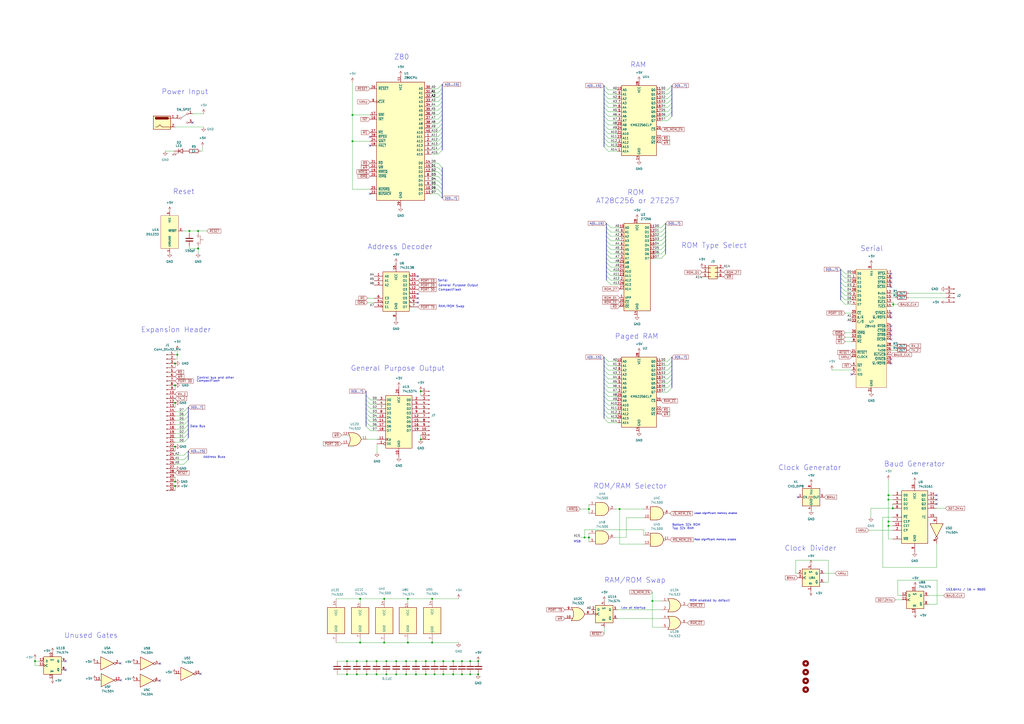
<source format=kicad_sch>
(kicad_sch (version 20230121) (generator eeschema)
  (paper "A2")
  (title_block (title "Simple Z80 System") (date "2023-11-19") (rev "4"))
  (junction (at 207.01 391.16))
  (junction (at 207.01 383.54))
  (junction (at 341.63 295.275))
  (junction (at 222.885 372.745))
  (junction (at 201.295 383.54))
  (junction (at 208.915 347.345))
  (junction (at 359.41 295.275))
  (junction (at 101.6 223.52))
  (junction (at 378.46 348.615))
  (junction (at 518.16 176.53))
  (junction (at 101.6 259.08))
  (junction (at 515.366 289.814))
  (junction (at 517.906 294.894))
  (junction (at 277.368 391.16))
  (junction (at 277.368 383.54))
  (junction (at 250.698 372.745))
  (junction (at 201.295 391.16))
  (junction (at 257.175 383.54))
  (junction (at 252.095 391.16))
  (junction (at 262.89 391.16))
  (junction (at 224.155 383.54))
  (junction (at 101.6 233.68))
  (junction (at 250.698 347.345))
  (junction (at 236.601 372.745))
  (junction (at 224.155 391.16))
  (junction (at 101.6 279.4))
  (junction (at 247.015 383.54))
  (junction (at 252.095 383.54))
  (junction (at 114.935 144.145))
  (junction (at 257.175 391.16))
  (junction (at 272.796 391.16))
  (junction (at 515.366 305.054))
  (junction (at 109.855 133.985))
  (junction (at 102.87 205.74))
  (junction (at 101.6 210.82))
  (junction (at 244.094 254.889))
  (junction (at 218.44 383.54))
  (junction (at 241.3 391.16))
  (junction (at 208.915 372.745))
  (junction (at 204.47 81.915))
  (junction (at 236.601 347.345))
  (junction (at 212.725 383.54))
  (junction (at 267.97 383.54))
  (junction (at 247.015 391.16))
  (junction (at 272.796 383.54))
  (junction (at 229.87 383.54))
  (junction (at 229.87 391.16))
  (junction (at 262.89 383.54))
  (junction (at 20.32 383.54))
  (junction (at 515.366 287.274))
  (junction (at 218.44 391.16))
  (junction (at 222.885 347.345))
  (junction (at 244.094 226.949))
  (junction (at 204.47 66.675))
  (junction (at 241.3 383.54))
  (junction (at 235.585 383.54))
  (junction (at 267.97 391.16))
  (junction (at 339.09 311.785))
  (junction (at 114.935 133.985))
  (junction (at 101.6 281.94))
  (junction (at 212.725 391.16))
  (junction (at 341.63 311.785))
  (junction (at 515.366 302.514))
  (junction (at 235.585 391.16))
  (no_connect (at 242.443 160.274))
  (no_connect (at 543.306 289.814))
  (no_connect (at 214.63 84.455))
  (no_connect (at 214.63 79.375))
  (no_connect (at 516.89 191.77))
  (no_connect (at 516.89 163.83))
  (no_connect (at 242.443 175.514))
  (no_connect (at 214.63 112.395))
  (no_connect (at 92.837 384.937))
  (no_connect (at 242.443 170.434))
  (no_connect (at 242.443 172.974))
  (no_connect (at 516.89 166.37))
  (no_connect (at 543.306 287.274))
  (no_connect (at 516.89 158.75))
  (no_connect (at 516.89 161.29))
  (no_connect (at 516.89 184.15))
  (no_connect (at 70.104 394.589))
  (no_connect (at 516.89 196.85))
  (no_connect (at 543.306 292.354))
  (no_connect (at 516.89 208.28))
  (no_connect (at 69.85 384.81))
  (no_connect (at 516.89 189.23))
  (no_connect (at 462.915 288.417))
  (no_connect (at 516.89 181.61))
  (no_connect (at 516.89 194.31))
  (no_connect (at 38.1 383.54))
  (no_connect (at 494.03 217.17))
  (no_connect (at 116.332 390.906))
  (no_connect (at 38.1 388.62))
  (no_connect (at 516.89 210.82))
  (no_connect (at 92.71 394.843))
  (no_connect (at 111.76 71.12))
  (bus_entry (at 254 71.755) (size 2.54 -2.54))
  (bus_entry (at 352.933 57.277) (size -2.54 -2.54))
  (bus_entry (at 106.68 254) (size 2.54 -2.54))
  (bus_entry (at 354.33 152.4) (size -2.54 -2.54))
  (bus_entry (at 354.33 137.16) (size -2.54 -2.54))
  (bus_entry (at 383.54 149.86) (size 2.54 -2.54))
  (bus_entry (at 387.223 224.917) (size 2.54 -2.54))
  (bus_entry (at 352.933 242.697) (size -2.54 -2.54))
  (bus_entry (at 387.223 67.437) (size 2.54 -2.54))
  (bus_entry (at 490.22 176.53) (size -2.54 -2.54))
  (bus_entry (at 354.33 157.48) (size -2.54 -2.54))
  (bus_entry (at 254 102.235) (size 2.54 2.54))
  (bus_entry (at 387.223 219.837) (size 2.54 -2.54))
  (bus_entry (at 254 76.835) (size 2.54 -2.54))
  (bus_entry (at 254 79.375) (size 2.54 -2.54))
  (bus_entry (at 109.22 254) (size -2.54 2.54))
  (bus_entry (at 387.223 209.677) (size 2.54 -2.54))
  (bus_entry (at 214.884 232.029) (size -2.54 -2.54))
  (bus_entry (at 254 99.695) (size 2.54 2.54))
  (bus_entry (at 214.884 237.109) (size -2.54 -2.54))
  (bus_entry (at 354.33 149.86) (size -2.54 -2.54))
  (bus_entry (at 352.933 219.837) (size -2.54 -2.54))
  (bus_entry (at 254 89.535) (size 2.54 -2.54))
  (bus_entry (at 214.884 242.189) (size -2.54 -2.54))
  (bus_entry (at 354.33 132.08) (size -2.54 -2.54))
  (bus_entry (at 254 81.915) (size 2.54 -2.54))
  (bus_entry (at 387.223 69.977) (size 2.54 -2.54))
  (bus_entry (at 254 59.055) (size 2.54 -2.54))
  (bus_entry (at 352.933 52.197) (size -2.54 -2.54))
  (bus_entry (at 106.68 251.46) (size 2.54 -2.54))
  (bus_entry (at 352.933 240.157) (size -2.54 -2.54))
  (bus_entry (at 387.223 214.757) (size 2.54 -2.54))
  (bus_entry (at 214.884 247.269) (size -2.54 -2.54))
  (bus_entry (at 490.22 166.37) (size -2.54 -2.54))
  (bus_entry (at 490.22 163.83) (size -2.54 -2.54))
  (bus_entry (at 387.223 222.377) (size 2.54 -2.54))
  (bus_entry (at 254 74.295) (size 2.54 -2.54))
  (bus_entry (at 490.22 173.99) (size -2.54 -2.54))
  (bus_entry (at 387.223 227.457) (size 2.54 -2.54))
  (bus_entry (at 383.54 139.7) (size 2.54 -2.54))
  (bus_entry (at 354.33 147.32) (size -2.54 -2.54))
  (bus_entry (at 354.33 162.56) (size -2.54 -2.54))
  (bus_entry (at 212.344 247.269) (size 2.54 2.54))
  (bus_entry (at 254 86.995) (size 2.54 -2.54))
  (bus_entry (at 354.33 165.1) (size -2.54 -2.54))
  (bus_entry (at 254 61.595) (size 2.54 -2.54))
  (bus_entry (at 214.884 234.569) (size -2.54 -2.54))
  (bus_entry (at 352.933 209.677) (size -2.54 -2.54))
  (bus_entry (at 106.68 269.24) (size 2.54 -2.54))
  (bus_entry (at 254 51.435) (size 2.54 -2.54))
  (bus_entry (at 352.933 222.377) (size -2.54 -2.54))
  (bus_entry (at 254 69.215) (size 2.54 -2.54))
  (bus_entry (at 354.33 142.24) (size -2.54 -2.54))
  (bus_entry (at 354.33 144.78) (size -2.54 -2.54))
  (bus_entry (at 254 84.455) (size 2.54 -2.54))
  (bus_entry (at 352.933 62.357) (size -2.54 -2.54))
  (bus_entry (at 352.933 87.757) (size -2.54 -2.54))
  (bus_entry (at 387.223 57.277) (size 2.54 -2.54))
  (bus_entry (at 354.33 154.94) (size -2.54 -2.54))
  (bus_entry (at 106.68 243.84) (size 2.54 -2.54))
  (bus_entry (at 254 94.615) (size 2.54 2.54))
  (bus_entry (at 254 97.155) (size 2.54 2.54))
  (bus_entry (at 352.933 72.517) (size -2.54 -2.54))
  (bus_entry (at 254 112.395) (size 2.54 2.54))
  (bus_entry (at 214.884 244.729) (size -2.54 -2.54))
  (bus_entry (at 383.54 134.62) (size 2.54 -2.54))
  (bus_entry (at 383.54 137.16) (size 2.54 -2.54))
  (bus_entry (at 254 107.315) (size 2.54 2.54))
  (bus_entry (at 352.933 229.997) (size -2.54 -2.54))
  (bus_entry (at 352.933 232.537) (size -2.54 -2.54))
  (bus_entry (at 214.884 239.649) (size -2.54 -2.54))
  (bus_entry (at 106.68 266.7) (size 2.54 -2.54))
  (bus_entry (at 352.933 75.057) (size -2.54 -2.54))
  (bus_entry (at 352.933 214.757) (size -2.54 -2.54))
  (bus_entry (at 106.68 248.92) (size 2.54 -2.54))
  (bus_entry (at 352.933 80.137) (size -2.54 -2.54))
  (bus_entry (at 254 64.135) (size 2.54 -2.54))
  (bus_entry (at 254 66.675) (size 2.54 -2.54))
  (bus_entry (at 354.33 139.7) (size -2.54 -2.54))
  (bus_entry (at 387.223 212.217) (size 2.54 -2.54))
  (bus_entry (at 352.933 82.677) (size -2.54 -2.54))
  (bus_entry (at 387.223 59.817) (size 2.54 -2.54))
  (bus_entry (at 383.54 147.32) (size 2.54 -2.54))
  (bus_entry (at 254 109.855) (size 2.54 2.54))
  (bus_entry (at 352.933 212.217) (size -2.54 -2.54))
  (bus_entry (at 387.223 52.197) (size 2.54 -2.54))
  (bus_entry (at 490.22 168.91) (size -2.54 -2.54))
  (bus_entry (at 387.223 62.357) (size 2.54 -2.54))
  (bus_entry (at 387.223 54.737) (size 2.54 -2.54))
  (bus_entry (at 352.933 59.817) (size -2.54 -2.54))
  (bus_entry (at 387.223 217.297) (size 2.54 -2.54))
  (bus_entry (at 352.933 85.217) (size -2.54 -2.54))
  (bus_entry (at 352.933 67.437) (size -2.54 -2.54))
  (bus_entry (at 387.223 64.897) (size 2.54 -2.54))
  (bus_entry (at 254 53.975) (size 2.54 -2.54))
  (bus_entry (at 352.933 77.597) (size -2.54 -2.54))
  (bus_entry (at 490.22 158.75) (size -2.54 -2.54))
  (bus_entry (at 352.933 235.077) (size -2.54 -2.54))
  (bus_entry (at 106.68 241.3) (size 2.54 -2.54))
  (bus_entry (at 383.54 144.78) (size 2.54 -2.54))
  (bus_entry (at 490.22 161.29) (size -2.54 -2.54))
  (bus_entry (at 106.68 246.38) (size 2.54 -2.54))
  (bus_entry (at 254 56.515) (size 2.54 -2.54))
  (bus_entry (at 352.933 237.617) (size -2.54 -2.54))
  (bus_entry (at 106.68 264.16) (size 2.54 -2.54))
  (bus_entry (at 383.54 142.24) (size 2.54 -2.54))
  (bus_entry (at 354.33 160.02) (size -2.54 -2.54))
  (bus_entry (at 106.68 238.76) (size 2.54 -2.54))
  (bus_entry (at 352.933 224.917) (size -2.54 -2.54))
  (bus_entry (at 352.933 64.897) (size -2.54 -2.54))
  (bus_entry (at 352.933 227.457) (size -2.54 -2.54))
  (bus_entry (at 352.933 54.737) (size -2.54 -2.54))
  (bus_entry (at 490.22 171.45) (size -2.54 -2.54))
  (bus_entry (at 352.933 217.297) (size -2.54 -2.54))
  (bus_entry (at 383.54 132.08) (size 2.54 -2.54))
  (bus_entry (at 354.33 134.62) (size -2.54 -2.54))
  (bus_entry (at 352.933 69.977) (size -2.54 -2.54))
  (bus_entry (at 352.933 245.237) (size -2.54 -2.54))
  (bus_entry (at 254 104.775) (size 2.54 2.54))
  (bus (pts (xy 212.344 234.569) (xy 212.344 237.109)))
  (bus (pts (xy 350.393 219.837) (xy 350.393 222.377)))
  (wire (pts (xy 101.6 259.08) (xy 101.6 261.62)))
  (wire (pts (xy 214.63 81.915) (xy 204.47 81.915)))
  (bus (pts (xy 389.763 212.217) (xy 389.763 214.757)))
  (wire (pts (xy 352.933 212.217) (xy 358.013 212.217)))
  (wire (pts (xy 106.68 241.3) (xy 101.6 241.3)))
  (wire (pts (xy 201.295 391.16) (xy 207.01 391.16)))
  (wire (pts (xy 352.933 242.697) (xy 358.013 242.697)))
  (wire (pts (xy 354.33 149.86) (xy 359.41 149.86)))
  (bus (pts (xy 350.393 54.737) (xy 350.393 57.277)))
  (wire (pts (xy 352.933 235.077) (xy 358.013 235.077)))
  (wire (pts (xy 354.33 132.08) (xy 359.41 132.08)))
  (wire (pts (xy 383.413 52.197) (xy 387.223 52.197)))
  (wire (pts (xy 257.175 391.16) (xy 262.89 391.16)))
  (wire (pts (xy 352.933 62.357) (xy 358.013 62.357)))
  (wire (pts (xy 543.56 350.52) (xy 543.56 336.55)))
  (wire (pts (xy 213.233 172.974) (xy 217.043 172.974)))
  (wire (pts (xy 111.76 66.04) (xy 118.11 66.04)))
  (wire (pts (xy 352.933 245.237) (xy 358.013 245.237)))
  (bus (pts (xy 389.763 207.137) (xy 389.763 209.677)))
  (bus (pts (xy 256.54 79.375) (xy 256.54 81.915)))
  (bus (pts (xy 389.763 62.357) (xy 389.763 64.897)))
  (wire (pts (xy 213.233 175.514) (xy 217.043 175.514)))
  (wire (pts (xy 490.22 193.04) (xy 494.03 193.04)))
  (wire (pts (xy 250.19 64.135) (xy 254 64.135)))
  (wire (pts (xy 383.413 57.277) (xy 387.223 57.277)))
  (wire (pts (xy 95.885 87.63) (xy 100.965 87.63)))
  (wire (pts (xy 478.028 337.693) (xy 480.568 337.693)))
  (wire (pts (xy 517.906 287.274) (xy 515.366 287.274)))
  (wire (pts (xy 354.33 160.02) (xy 359.41 160.02)))
  (bus (pts (xy 212.344 232.029) (xy 212.344 234.569)))
  (wire (pts (xy 543.56 336.55) (xy 520.7 336.55)))
  (wire (pts (xy 235.585 391.16) (xy 241.3 391.16)))
  (wire (pts (xy 267.97 391.16) (xy 272.796 391.16)))
  (bus (pts (xy 351.79 149.86) (xy 351.79 152.4)))
  (bus (pts (xy 109.22 238.76) (xy 109.22 241.3)))
  (wire (pts (xy 383.413 212.217) (xy 387.223 212.217)))
  (wire (pts (xy 218.694 234.569) (xy 214.884 234.569)))
  (wire (pts (xy 516.89 172.72) (xy 519.43 172.72)))
  (bus (pts (xy 487.68 171.45) (xy 487.68 173.99)))
  (wire (pts (xy 244.094 226.949) (xy 244.094 229.489)))
  (bus (pts (xy 389.763 214.757) (xy 389.763 217.297)))
  (wire (pts (xy 102.87 205.74) (xy 101.6 205.74)))
  (bus (pts (xy 351.79 129.54) (xy 351.79 132.08)))
  (wire (pts (xy 22.86 386.08) (xy 20.32 386.08)))
  (wire (pts (xy 538.48 350.52) (xy 543.56 350.52)))
  (wire (pts (xy 204.47 47.752) (xy 204.47 66.675)))
  (bus (pts (xy 212.344 242.189) (xy 212.344 244.729)))
  (wire (pts (xy 359.41 295.275) (xy 373.38 295.275)))
  (bus (pts (xy 389.763 222.377) (xy 389.763 224.917)))
  (wire (pts (xy 383.413 222.377) (xy 387.223 222.377)))
  (wire (pts (xy 383.413 217.297) (xy 387.223 217.297)))
  (wire (pts (xy 373.38 307.34) (xy 373.38 310.515)))
  (wire (pts (xy 516.89 203.2) (xy 519.43 203.2)))
  (wire (pts (xy 383.413 209.677) (xy 387.223 209.677)))
  (bus (pts (xy 351.79 134.62) (xy 351.79 137.16)))
  (wire (pts (xy 354.33 134.62) (xy 359.41 134.62)))
  (bus (pts (xy 256.54 66.675) (xy 256.54 69.215)))
  (wire (pts (xy 352.933 64.897) (xy 358.013 64.897)))
  (wire (pts (xy 101.6 233.68) (xy 101.6 236.22)))
  (wire (pts (xy 461.518 324.993) (xy 461.518 332.613)))
  (wire (pts (xy 352.933 222.377) (xy 358.013 222.377)))
  (wire (pts (xy 222.885 347.345) (xy 236.601 347.345)))
  (wire (pts (xy 373.38 315.595) (xy 359.41 315.595)))
  (wire (pts (xy 379.73 149.86) (xy 383.54 149.86)))
  (bus (pts (xy 351.79 157.48) (xy 351.79 160.02)))
  (wire (pts (xy 494.03 171.45) (xy 490.22 171.45)))
  (wire (pts (xy 354.33 157.48) (xy 359.41 157.48)))
  (bus (pts (xy 487.68 168.91) (xy 487.68 171.45)))
  (wire (pts (xy 383.413 214.757) (xy 387.223 214.757)))
  (bus (pts (xy 350.393 64.897) (xy 350.393 67.437)))
  (wire (pts (xy 378.46 348.615) (xy 378.46 363.855)))
  (wire (pts (xy 358.14 353.695) (xy 383.54 353.695)))
  (wire (pts (xy 250.19 97.155) (xy 254 97.155)))
  (wire (pts (xy 480.568 324.993) (xy 461.518 324.993)))
  (wire (pts (xy 352.933 75.057) (xy 358.013 75.057)))
  (wire (pts (xy 250.19 102.235) (xy 254 102.235)))
  (wire (pts (xy 352.933 87.757) (xy 358.013 87.757)))
  (wire (pts (xy 354.33 162.56) (xy 359.41 162.56)))
  (wire (pts (xy 516.89 170.18) (xy 519.43 170.18)))
  (wire (pts (xy 106.68 266.7) (xy 101.6 266.7)))
  (wire (pts (xy 354.33 139.7) (xy 359.41 139.7)))
  (wire (pts (xy 383.413 54.737) (xy 387.223 54.737)))
  (wire (pts (xy 195.58 383.54) (xy 201.295 383.54)))
  (wire (pts (xy 250.19 112.395) (xy 254 112.395)))
  (bus (pts (xy 350.393 49.657) (xy 350.393 52.197)))
  (wire (pts (xy 480.568 337.693) (xy 480.568 324.993)))
  (bus (pts (xy 256.54 51.435) (xy 256.54 53.975)))
  (wire (pts (xy 494.03 168.91) (xy 490.22 168.91)))
  (bus (pts (xy 386.08 142.24) (xy 386.08 144.78)))
  (wire (pts (xy 214.884 247.269) (xy 218.694 247.269)))
  (bus (pts (xy 212.344 229.489) (xy 212.344 232.029)))
  (wire (pts (xy 114.935 133.985) (xy 120.015 133.985)))
  (wire (pts (xy 218.44 391.16) (xy 224.155 391.16)))
  (wire (pts (xy 494.03 158.75) (xy 490.22 158.75)))
  (wire (pts (xy 109.855 142.875) (xy 109.855 144.145)))
  (wire (pts (xy 512.064 329.184) (xy 512.064 299.974)))
  (wire (pts (xy 252.095 383.54) (xy 257.175 383.54)))
  (wire (pts (xy 341.63 309.245) (xy 341.63 311.785)))
  (wire (pts (xy 494.03 163.83) (xy 490.22 163.83)))
  (wire (pts (xy 482.6 214.63) (xy 494.03 214.63)))
  (wire (pts (xy 527.05 170.18) (xy 548.64 170.18)))
  (wire (pts (xy 490.22 198.12) (xy 494.03 198.12)))
  (wire (pts (xy 515.366 305.054) (xy 515.366 312.674)))
  (wire (pts (xy 106.68 269.24) (xy 101.6 269.24)))
  (wire (pts (xy 250.19 81.915) (xy 254 81.915)))
  (bus (pts (xy 389.763 219.837) (xy 389.763 222.377)))
  (wire (pts (xy 352.933 67.437) (xy 358.013 67.437)))
  (wire (pts (xy 356.87 295.275) (xy 359.41 295.275)))
  (wire (pts (xy 354.33 147.32) (xy 359.41 147.32)))
  (wire (pts (xy 352.933 52.197) (xy 358.013 52.197)))
  (wire (pts (xy 354.33 154.94) (xy 359.41 154.94)))
  (wire (pts (xy 352.933 80.137) (xy 358.013 80.137)))
  (bus (pts (xy 109.22 264.16) (xy 109.22 266.7)))
  (wire (pts (xy 20.32 383.54) (xy 20.32 382.27)))
  (wire (pts (xy 194.945 347.345) (xy 208.915 347.345)))
  (wire (pts (xy 250.19 74.295) (xy 254 74.295)))
  (bus (pts (xy 256.54 97.155) (xy 256.54 99.695)))
  (wire (pts (xy 519.43 347.98) (xy 523.24 347.98)))
  (wire (pts (xy 515.366 305.054) (xy 517.906 305.054)))
  (wire (pts (xy 106.68 251.46) (xy 101.6 251.46)))
  (bus (pts (xy 212.344 244.729) (xy 212.344 247.269)))
  (bus (pts (xy 389.763 52.197) (xy 389.763 54.737)))
  (wire (pts (xy 106.68 248.92) (xy 101.6 248.92)))
  (wire (pts (xy 378.46 343.535) (xy 378.46 348.615)))
  (wire (pts (xy 250.19 109.855) (xy 254 109.855)))
  (wire (pts (xy 250.19 51.435) (xy 254 51.435)))
  (wire (pts (xy 339.09 311.785) (xy 341.63 311.785)))
  (wire (pts (xy 272.796 391.16) (xy 277.368 391.16)))
  (wire (pts (xy 207.01 391.16) (xy 212.725 391.16)))
  (wire (pts (xy 204.47 66.675) (xy 204.47 81.915)))
  (bus (pts (xy 350.393 59.817) (xy 350.393 62.357)))
  (wire (pts (xy 352.933 217.297) (xy 358.013 217.297)))
  (bus (pts (xy 350.393 235.077) (xy 350.393 237.617)))
  (wire (pts (xy 250.19 89.535) (xy 254 89.535)))
  (wire (pts (xy 222.885 372.745) (xy 236.601 372.745)))
  (bus (pts (xy 350.393 62.357) (xy 350.393 64.897)))
  (bus (pts (xy 351.79 147.32) (xy 351.79 149.86)))
  (wire (pts (xy 250.19 53.975) (xy 254 53.975)))
  (bus (pts (xy 256.54 102.235) (xy 256.54 104.775)))
  (wire (pts (xy 101.6 210.82) (xy 101.6 213.36)))
  (wire (pts (xy 494.03 161.29) (xy 490.22 161.29)))
  (wire (pts (xy 250.19 99.695) (xy 254 99.695)))
  (wire (pts (xy 407.162 160.528) (xy 407.162 161.798)))
  (wire (pts (xy 341.63 292.735) (xy 341.63 295.275)))
  (bus (pts (xy 350.393 75.057) (xy 350.393 77.597)))
  (wire (pts (xy 117.475 87.63) (xy 116.205 87.63)))
  (bus (pts (xy 351.79 144.78) (xy 351.79 147.32)))
  (wire (pts (xy 379.73 142.24) (xy 383.54 142.24)))
  (wire (pts (xy 336.55 311.785) (xy 339.09 311.785)))
  (wire (pts (xy 339.09 311.785) (xy 339.09 307.34)))
  (wire (pts (xy 516.89 177.8) (xy 518.16 177.8)))
  (bus (pts (xy 350.393 232.537) (xy 350.393 235.077)))
  (bus (pts (xy 256.54 64.135) (xy 256.54 66.675)))
  (wire (pts (xy 250.19 69.215) (xy 254 69.215)))
  (bus (pts (xy 350.393 217.297) (xy 350.393 219.837)))
  (bus (pts (xy 256.54 59.055) (xy 256.54 61.595)))
  (wire (pts (xy 194.945 372.745) (xy 208.915 372.745)))
  (wire (pts (xy 22.86 383.54) (xy 20.32 383.54)))
  (bus (pts (xy 109.22 261.62) (xy 109.22 264.16)))
  (wire (pts (xy 494.03 173.99) (xy 490.22 173.99)))
  (wire (pts (xy 208.915 347.345) (xy 208.915 349.885)))
  (wire (pts (xy 383.413 59.817) (xy 387.223 59.817)))
  (wire (pts (xy 247.015 383.54) (xy 252.095 383.54)))
  (bus (pts (xy 351.79 152.4) (xy 351.79 154.94)))
  (bus (pts (xy 350.393 207.137) (xy 350.393 209.677)))
  (wire (pts (xy 354.33 144.78) (xy 359.41 144.78)))
  (wire (pts (xy 250.19 94.615) (xy 254 94.615)))
  (wire (pts (xy 106.68 256.54) (xy 101.6 256.54)))
  (bus (pts (xy 389.763 54.737) (xy 389.763 57.277)))
  (wire (pts (xy 354.33 142.24) (xy 359.41 142.24)))
  (wire (pts (xy 218.694 237.109) (xy 214.884 237.109)))
  (bus (pts (xy 487.68 163.83) (xy 487.68 166.37)))
  (bus (pts (xy 351.79 132.08) (xy 351.79 134.62)))
  (bus (pts (xy 350.393 237.617) (xy 350.393 240.157)))
  (wire (pts (xy 505.206 294.894) (xy 517.906 294.894)))
  (wire (pts (xy 352.933 237.617) (xy 358.013 237.617)))
  (bus (pts (xy 350.393 229.997) (xy 350.393 232.537)))
  (wire (pts (xy 212.725 391.16) (xy 218.44 391.16)))
  (wire (pts (xy 207.01 383.54) (xy 212.725 383.54)))
  (wire (pts (xy 518.16 176.53) (xy 520.7 176.53)))
  (wire (pts (xy 102.87 203.2) (xy 102.87 205.74)))
  (wire (pts (xy 262.89 391.16) (xy 267.97 391.16)))
  (bus (pts (xy 389.763 217.297) (xy 389.763 219.837)))
  (wire (pts (xy 494.03 166.37) (xy 490.22 166.37)))
  (wire (pts (xy 383.413 69.977) (xy 387.223 69.977)))
  (wire (pts (xy 106.68 254) (xy 101.6 254)))
  (bus (pts (xy 256.54 53.975) (xy 256.54 56.515)))
  (wire (pts (xy 379.73 132.08) (xy 383.54 132.08)))
  (wire (pts (xy 20.32 386.08) (xy 20.32 383.54)))
  (wire (pts (xy 363.22 300.355) (xy 363.22 311.785)))
  (wire (pts (xy 352.933 219.837) (xy 358.013 219.837)))
  (wire (pts (xy 250.19 56.515) (xy 254 56.515)))
  (wire (pts (xy 352.933 85.217) (xy 358.013 85.217)))
  (wire (pts (xy 494.03 176.53) (xy 490.22 176.53)))
  (wire (pts (xy 109.855 144.145) (xy 114.935 144.145)))
  (wire (pts (xy 236.601 372.745) (xy 250.698 372.745)))
  (wire (pts (xy 250.19 79.375) (xy 254 79.375)))
  (bus (pts (xy 389.763 57.277) (xy 389.763 59.817)))
  (wire (pts (xy 250.698 347.345) (xy 266.065 347.345)))
  (bus (pts (xy 256.54 112.395) (xy 256.54 114.935)))
  (bus (pts (xy 256.54 84.455) (xy 256.54 86.995)))
  (wire (pts (xy 352.933 227.457) (xy 358.013 227.457)))
  (wire (pts (xy 218.694 244.729) (xy 214.884 244.729)))
  (wire (pts (xy 352.933 57.277) (xy 358.013 57.277)))
  (bus (pts (xy 212.344 239.649) (xy 212.344 242.189)))
  (wire (pts (xy 354.33 137.16) (xy 359.41 137.16)))
  (wire (pts (xy 352.933 69.977) (xy 358.013 69.977)))
  (wire (pts (xy 503.936 307.594) (xy 517.906 307.594)))
  (wire (pts (xy 106.68 238.76) (xy 101.6 238.76)))
  (bus (pts (xy 386.08 144.78) (xy 386.08 147.32)))
  (bus (pts (xy 351.79 137.16) (xy 351.79 139.7)))
  (bus (pts (xy 350.393 214.757) (xy 350.393 217.297)))
  (wire (pts (xy 383.413 64.897) (xy 387.223 64.897)))
  (wire (pts (xy 543.306 294.894) (xy 548.386 294.894)))
  (bus (pts (xy 212.344 226.949) (xy 212.344 229.489)))
  (wire (pts (xy 352.933 224.917) (xy 358.013 224.917)))
  (wire (pts (xy 277.368 383.54) (xy 277.495 383.54)))
  (wire (pts (xy 520.7 345.44) (xy 523.24 345.44)))
  (wire (pts (xy 247.015 391.16) (xy 252.095 391.16)))
  (wire (pts (xy 358.14 358.775) (xy 383.54 358.775)))
  (wire (pts (xy 352.933 54.737) (xy 358.013 54.737)))
  (bus (pts (xy 389.763 209.677) (xy 389.763 212.217)))
  (bus (pts (xy 350.393 222.377) (xy 350.393 224.917)))
  (wire (pts (xy 218.44 383.54) (xy 224.155 383.54)))
  (wire (pts (xy 512.064 329.184) (xy 543.306 329.184)))
  (wire (pts (xy 214.63 109.855) (xy 204.47 109.855)))
  (bus (pts (xy 256.54 74.295) (xy 256.54 76.835)))
  (wire (pts (xy 516.89 175.26) (xy 518.16 175.26)))
  (wire (pts (xy 383.413 224.917) (xy 387.223 224.917)))
  (wire (pts (xy 383.413 227.457) (xy 387.223 227.457)))
  (bus (pts (xy 350.393 209.677) (xy 350.393 212.217)))
  (wire (pts (xy 518.16 175.26) (xy 518.16 176.53)))
  (wire (pts (xy 379.73 137.16) (xy 383.54 137.16)))
  (bus (pts (xy 351.79 160.02) (xy 351.79 162.56)))
  (bus (pts (xy 350.393 57.277) (xy 350.393 59.817)))
  (wire (pts (xy 117.475 85.09) (xy 117.475 87.63)))
  (wire (pts (xy 354.33 165.1) (xy 359.41 165.1)))
  (wire (pts (xy 478.028 332.613) (xy 484.378 332.613)))
  (wire (pts (xy 341.63 295.275) (xy 341.63 297.815)))
  (wire (pts (xy 252.095 391.16) (xy 257.175 391.16)))
  (wire (pts (xy 204.47 66.675) (xy 214.63 66.675)))
  (wire (pts (xy 517.906 292.354) (xy 517.906 294.894)))
  (wire (pts (xy 250.19 61.595) (xy 254 61.595)))
  (bus (pts (xy 109.22 243.84) (xy 109.22 246.38)))
  (wire (pts (xy 204.47 109.855) (xy 204.47 81.915)))
  (bus (pts (xy 256.54 61.595) (xy 256.54 64.135)))
  (wire (pts (xy 218.694 257.429) (xy 218.694 262.509)))
  (wire (pts (xy 195.58 391.16) (xy 201.295 391.16)))
  (bus (pts (xy 109.22 251.46) (xy 109.22 254)))
  (wire (pts (xy 250.19 104.775) (xy 254 104.775)))
  (wire (pts (xy 101.6 276.86) (xy 101.6 279.4)))
  (wire (pts (xy 250.19 66.675) (xy 254 66.675)))
  (wire (pts (xy 250.19 59.055) (xy 254 59.055)))
  (wire (pts (xy 235.585 383.54) (xy 241.3 383.54)))
  (wire (pts (xy 101.6 281.94) (xy 101.6 284.48)))
  (bus (pts (xy 350.393 77.597) (xy 350.393 80.137)))
  (bus (pts (xy 487.68 161.29) (xy 487.68 163.83)))
  (bus (pts (xy 109.22 241.3) (xy 109.22 243.84)))
  (bus (pts (xy 389.763 59.817) (xy 389.763 62.357)))
  (bus (pts (xy 256.54 109.855) (xy 256.54 112.395)))
  (wire (pts (xy 379.73 144.78) (xy 383.54 144.78)))
  (bus (pts (xy 389.763 49.657) (xy 389.763 52.197)))
  (wire (pts (xy 109.855 133.985) (xy 109.855 135.255)))
  (wire (pts (xy 236.601 347.345) (xy 236.601 349.885)))
  (wire (pts (xy 218.694 232.029) (xy 214.884 232.029)))
  (wire (pts (xy 515.366 287.274) (xy 515.366 289.814)))
  (wire (pts (xy 114.935 144.145) (xy 114.935 146.685)))
  (wire (pts (xy 241.3 383.54) (xy 247.015 383.54)))
  (wire (pts (xy 383.413 219.837) (xy 387.223 219.837)))
  (bus (pts (xy 350.393 240.157) (xy 350.393 242.697)))
  (bus (pts (xy 350.393 69.977) (xy 350.393 72.517)))
  (bus (pts (xy 256.54 104.775) (xy 256.54 107.315)))
  (wire (pts (xy 515.366 289.814) (xy 517.906 289.814)))
  (wire (pts (xy 373.38 300.355) (xy 363.22 300.355)))
  (wire (pts (xy 250.19 84.455) (xy 254 84.455)))
  (wire (pts (xy 102.87 208.28) (xy 101.6 208.28)))
  (bus (pts (xy 350.393 224.917) (xy 350.393 227.457)))
  (wire (pts (xy 218.694 249.809) (xy 214.884 249.809)))
  (wire (pts (xy 229.87 383.54) (xy 235.585 383.54)))
  (wire (pts (xy 106.68 264.16) (xy 101.6 264.16)))
  (wire (pts (xy 241.3 391.16) (xy 247.015 391.16)))
  (wire (pts (xy 101.6 73.66) (xy 118.11 73.66)))
  (wire (pts (xy 515.366 312.674) (xy 517.906 312.674)))
  (bus (pts (xy 350.393 82.677) (xy 350.393 85.217)))
  (wire (pts (xy 102.87 205.74) (xy 102.87 208.28)))
  (wire (pts (xy 341.63 311.785) (xy 341.63 314.325)))
  (wire (pts (xy 101.6 223.52) (xy 101.6 226.06)))
  (wire (pts (xy 383.54 348.615) (xy 378.46 348.615)))
  (wire (pts (xy 336.55 295.275) (xy 341.63 295.275)))
  (wire (pts (xy 201.295 383.54) (xy 207.01 383.54)))
  (wire (pts (xy 262.89 383.54) (xy 267.97 383.54)))
  (bus (pts (xy 487.68 158.75) (xy 487.68 161.29)))
  (wire (pts (xy 515.366 302.514) (xy 515.366 305.054)))
  (bus (pts (xy 109.22 246.38) (xy 109.22 248.92)))
  (bus (pts (xy 487.68 166.37) (xy 487.68 168.91)))
  (wire (pts (xy 352.933 232.537) (xy 358.013 232.537)))
  (wire (pts (xy 527.05 172.72) (xy 548.64 172.72)))
  (wire (pts (xy 106.68 246.38) (xy 101.6 246.38)))
  (wire (pts (xy 277.368 391.16) (xy 277.495 391.16)))
  (wire (pts (xy 250.19 71.755) (xy 254 71.755)))
  (bus (pts (xy 256.54 81.915) (xy 256.54 84.455)))
  (wire (pts (xy 520.7 336.55) (xy 520.7 345.44)))
  (wire (pts (xy 512.064 299.974) (xy 517.906 299.974)))
  (wire (pts (xy 515.366 278.384) (xy 515.366 287.274)))
  (wire (pts (xy 109.855 133.985) (xy 114.935 133.985)))
  (wire (pts (xy 236.601 370.205) (xy 236.601 372.745)))
  (bus (pts (xy 109.22 236.22) (xy 109.22 238.76)))
  (bus (pts (xy 212.344 237.109) (xy 212.344 239.649)))
  (wire (pts (xy 352.933 77.597) (xy 358.013 77.597)))
  (wire (pts (xy 363.22 311.785) (xy 356.87 311.785)))
  (wire (pts (xy 272.796 383.54) (xy 277.368 383.54)))
  (wire (pts (xy 490.22 195.58) (xy 494.03 195.58)))
  (wire (pts (xy 461.518 332.613) (xy 462.788 332.613)))
  (bus (pts (xy 256.54 69.215) (xy 256.54 71.755)))
  (wire (pts (xy 352.933 214.757) (xy 358.013 214.757)))
  (bus (pts (xy 487.68 156.21) (xy 487.68 158.75)))
  (wire (pts (xy 208.915 370.205) (xy 208.915 372.745)))
  (bus (pts (xy 350.393 72.517) (xy 350.393 75.057)))
  (wire (pts (xy 267.97 383.54) (xy 272.796 383.54)))
  (wire (pts (xy 352.933 72.517) (xy 358.013 72.517)))
  (bus (pts (xy 351.79 154.94) (xy 351.79 157.48)))
  (wire (pts (xy 352.933 240.157) (xy 358.013 240.157)))
  (wire (pts (xy 383.413 67.437) (xy 387.223 67.437)))
  (wire (pts (xy 229.87 391.16) (xy 235.585 391.16)))
  (wire (pts (xy 379.73 134.62) (xy 383.54 134.62)))
  (bus (pts (xy 350.393 212.217) (xy 350.393 214.757)))
  (wire (pts (xy 352.933 229.997) (xy 358.013 229.997)))
  (bus (pts (xy 350.393 67.437) (xy 350.393 69.977)))
  (wire (pts (xy 250.698 372.745) (xy 266.065 372.745)))
  (wire (pts (xy 236.601 347.345) (xy 250.698 347.345)))
  (bus (pts (xy 350.393 227.457) (xy 350.393 229.997)))
  (wire (pts (xy 208.915 347.345) (xy 222.885 347.345)))
  (bus (pts (xy 256.54 56.515) (xy 256.54 59.055)))
  (wire (pts (xy 352.933 59.817) (xy 358.013 59.817)))
  (wire (pts (xy 250.19 86.995) (xy 254 86.995)))
  (bus (pts (xy 386.08 139.7) (xy 386.08 142.24)))
  (wire (pts (xy 218.694 242.189) (xy 214.884 242.189)))
  (bus (pts (xy 389.763 64.897) (xy 389.763 67.437)))
  (wire (pts (xy 106.68 243.84) (xy 101.6 243.84)))
  (wire (pts (xy 218.694 239.649) (xy 214.884 239.649)))
  (wire (pts (xy 383.413 62.357) (xy 387.223 62.357)))
  (wire (pts (xy 213.36 254.889) (xy 218.694 254.889)))
  (wire (pts (xy 518.16 176.53) (xy 518.16 177.8)))
  (wire (pts (xy 352.933 82.677) (xy 358.013 82.677)))
  (wire (pts (xy 352.933 209.677) (xy 358.013 209.677)))
  (bus (pts (xy 256.54 76.835) (xy 256.54 79.375)))
  (wire (pts (xy 515.366 302.514) (xy 517.906 302.514)))
  (wire (pts (xy 208.915 372.745) (xy 222.885 372.745)))
  (bus (pts (xy 386.08 129.54) (xy 386.08 132.08)))
  (wire (pts (xy 359.41 315.595) (xy 359.41 295.275)))
  (wire (pts (xy 106.045 133.985) (xy 109.855 133.985)))
  (wire (pts (xy 538.48 345.44) (xy 547.37 345.44)))
  (bus (pts (xy 386.08 134.62) (xy 386.08 137.16)))
  (wire (pts (xy 339.09 307.34) (xy 373.38 307.34)))
  (bus (pts (xy 256.54 48.895) (xy 256.54 51.435)))
  (wire (pts (xy 354.33 152.4) (xy 359.41 152.4)))
  (bus (pts (xy 256.54 99.695) (xy 256.54 102.235)))
  (wire (pts (xy 516.89 200.66) (xy 519.43 200.66)))
  (bus (pts (xy 109.22 248.92) (xy 109.22 251.46)))
  (bus (pts (xy 351.79 139.7) (xy 351.79 142.24)))
  (wire (pts (xy 257.175 383.54) (xy 262.89 383.54)))
  (wire (pts (xy 379.73 147.32) (xy 383.54 147.32)))
  (bus (pts (xy 386.08 132.08) (xy 386.08 134.62)))
  (wire (pts (xy 350.52 363.855) (xy 350.52 367.665)))
  (wire (pts (xy 250.19 107.315) (xy 254 107.315)))
  (wire (pts (xy 224.155 383.54) (xy 229.87 383.54)))
  (bus (pts (xy 351.79 142.24) (xy 351.79 144.78)))
  (wire (pts (xy 505.206 294.894) (xy 505.206 299.974)))
  (wire (pts (xy 212.725 383.54) (xy 218.44 383.54)))
  (bus (pts (xy 256.54 71.755) (xy 256.54 74.295)))
  (wire (pts (xy 244.094 252.349) (xy 244.094 254.889)))
  (wire (pts (xy 250.19 76.835) (xy 254 76.835)))
  (wire (pts (xy 379.73 139.7) (xy 383.54 139.7)))
  (wire (pts (xy 378.46 363.855) (xy 383.54 363.855)))
  (wire (pts (xy 224.155 391.16) (xy 229.87 391.16)))
  (wire (pts (xy 515.366 289.814) (xy 515.366 302.514)))
  (bus (pts (xy 350.393 80.137) (xy 350.393 82.677)))
  (bus (pts (xy 256.54 107.315) (xy 256.54 109.855)))
  (wire (pts (xy 490.22 181.61) (xy 494.03 181.61)))
  (bus (pts (xy 350.393 52.197) (xy 350.393 54.737)))
  (wire (pts (xy 543.306 315.214) (xy 543.306 329.184)))
  (bus (pts (xy 386.08 137.16) (xy 386.08 139.7)))
  (text "RAM/ROM Swap" (at 254.254 178.562 0) (effects (font (size 1.27 1.27)) (justify left bottom)))
  (text "Most significant memory enable" (at 402.59 313.69 0) (effects (font (size 1 1)) (justify left bottom)))
  (text "ROM/RAM Selector" (at 344.17 283.845 0) (effects (font (size 3 3)) (justify left bottom)))
  (text "RAM" (at 365.633 39.497 0) (effects (font (size 3 3)) (justify left bottom)))
  (text "Z80" (at 228.6 34.925 0) (effects (font (size 3 3)) (justify left bottom)))
  (text "Reset" (at 100.33 113.03 0) (effects (font (size 3 3)) (justify left bottom)))
  (text "Serial" (at 499.11 146.05 0) (effects (font (size 3 3)) (justify left bottom)))
  (text "ROM Type Select" (at 395.224 144.272 0) (effects (font (size 3 3)) (justify left bottom)))
  (text "Address Buss" (at 117.856 265.938 0) (effects (font (size 1.27 1.27)) (justify left bottom)))
  (text "RAM/ROM Swap" (at 350.52 338.455 0) (effects (font (size 3 3)) (justify left bottom)))
  (text "Baud Generator" (at 512.826 271.018 0) (effects (font (size 3 3)) (justify left bottom)))
  (text "Least significant memory enable" (at 402.59 298.45 0) (effects (font (size 1 1)) (justify left bottom)))
  (text "CompactFlash" (at 114.046 221.742 0) (effects (font (size 1.27 1.27)) (justify left bottom)))
  (text "Clock Generator" (at 451.485 273.177 0) (effects (font (size 3 3)) (justify left bottom)))
  (text "General Purpose Output" (at 203.454 215.519 0) (effects (font (size 3 3)) (justify left bottom)))
  (text "Bottom 32k ROM\nTop 32k RAM\n" (at 389.89 307.34 0) (effects (font (size 1.27 1.27)) (justify left bottom)))
  (text "Paged RAM" (at 356.743 196.977 0) (effects (font (size 3 3)) (justify left bottom)))
  (text "MSB" (at 332.74 314.96 0) (effects (font (size 1.27 1.27)) (justify left bottom)))
  (text "Clock Divider" (at 455.168 319.913 0) (effects (font (size 3 3)) (justify left bottom)))
  (text "Serial" (at 254 163.576 0) (effects (font (size 1.27 1.27)) (justify left bottom)))
  (text "Low at startup" (at 360.299 353.441 0) (effects (font (size 1.27 1.27)) (justify left bottom)))
  (text "Data Bus" (at 110.236 248.158 0) (effects (font (size 1.27 1.27)) (justify left bottom)))
  (text "153.6Khz / 16 = 9600" (at 548.64 342.9 0) (effects (font (size 1.27 1.27)) (justify left bottom)))
  (text "        ROM\nAT28C256 or 27E257" (at 345.694 118.364 0) (effects (font (size 3 3)) (justify left bottom)))
  (text "CompactFlash" (at 254.254 168.91 0) (effects (font (size 1.27 1.27)) (justify left bottom)))
  (text "Expansion Header" (at 81.788 193.167 0) (effects (font (size 3 3)) (justify left bottom)))
  (text "General Purpose Output" (at 254.254 166.37 0) (effects (font (size 1.27 1.27)) (justify left bottom)))
  (text "Address Decoder" (at 213.233 145.034 0) (effects (font (size 3 3)) (justify left bottom)))
  (text "ROM enabled by default" (at 400.05 349.25 0) (effects (font (size 1.27 1.27)) (justify left bottom)))
  (text "Unused Gates" (at 37.211 370.459 0) (effects (font (size 3 3)) (justify left bottom)))
  (text "Control bus and other" (at 114.173 219.964 0) (effects (font (size 1.27 1.27)) (justify left bottom)))
  (text "Power Input" (at 93.726 55.118 0) (effects (font (size 3 3)) (justify left bottom)))
  (label "D1" (at 106.68 254 180))
  (label "D1" (at 494.03 161.29 180))
  (label "A1" (at 250.19 53.975 0))
  (label "A5" (at 359.41 144.78 180))
  (label "D6" (at 383.413 224.917 0))
  (label "D2" (at 383.413 214.757 0))
  (label "A9" (at 359.41 154.94 180))
  (label "A0" (at 494.03 186.69 180))
  (label "D5" (at 218.694 244.729 180))
  (label "A4" (at 358.013 62.357 180))
  (label "A11" (at 250.19 79.375 0))
  (label "D6" (at 250.19 109.855 0))
  (label "A13" (at 359.41 165.1 180))
  (label "D7" (at 250.19 112.395 0))
  (label "D1" (at 379.73 134.62 0))
  (label "A2" (at 358.013 57.277 180))
  (label "A4" (at 359.41 142.24 180))
  (label "A15" (at 250.19 89.535 0))
  (label "D7" (at 383.413 69.977 0))
  (label "A2" (at 359.41 137.16 180))
  (label "A14" (at 419.862 155.448 0))
  (label "D7" (at 383.413 227.457 0))
  (label "D7" (at 106.68 238.76 180))
  (label "A1" (at 359.41 134.62 180))
  (label "D2" (at 250.19 99.695 0))
  (label "D2" (at 106.68 251.46 180))
  (label "A8" (at 359.41 152.4 180))
  (label "A1" (at 250.19 53.975 0))
  (label "D7" (at 218.694 249.809 180))
  (label "A3" (at 359.41 139.7 180))
  (label "A1" (at 358.013 54.737 180))
  (label "D2" (at 383.413 57.277 0))
  (label "A0" (at 101.6 269.24 0))
  (label "D3" (at 383.413 59.817 0))
  (label "A7" (at 217.043 178.054 180))
  (label "D3" (at 383.413 217.297 0))
  (label "A14" (at 407.162 161.798 180))
  (label "A11" (at 358.013 237.617 180))
  (label "A2" (at 250.19 56.515 0))
  (label "D3" (at 250.19 102.235 0))
  (label "A12" (at 359.41 162.56 180))
  (label "A2" (at 250.19 56.515 0))
  (label "A9" (at 358.013 75.057 180))
  (label "A7" (at 358.013 227.457 180))
  (label "D1" (at 250.19 97.155 0))
  (label "A4" (at 358.013 219.837 180))
  (label "A4" (at 217.043 160.274 180))
  (label "A5" (at 358.013 222.377 180))
  (label "A1" (at 250.19 53.975 0))
  (label "A6" (at 358.013 67.437 180))
  (label "D4" (at 250.19 104.775 0))
  (label "D3" (at 494.03 166.37 180))
  (label "A12" (at 358.013 240.157 180))
  (label "A7" (at 250.19 69.215 0))
  (label "D4" (at 379.73 142.24 0))
  (label "A13" (at 250.19 84.455 0))
  (label "A13" (at 358.013 85.217 180))
  (label "A3" (at 358.013 217.297 180))
  (label "D3" (at 250.19 102.235 0))
  (label "D1" (at 383.413 54.737 0))
  (label "A0" (at 342.9 353.695 180))
  (label "D0" (at 218.694 232.029 180))
  (label "A3" (at 358.013 59.817 180))
  (label "D7" (at 250.19 112.395 0))
  (label "D5" (at 106.68 243.84 180))
  (label "A11" (at 359.41 160.02 180))
  (label "D0" (at 379.73 132.08 0))
  (label "D4" (at 218.694 242.189 180))
  (label "D2" (at 379.73 137.16 0))
  (label "A14" (at 358.013 87.757 180))
  (label "D6" (at 379.73 147.32 0))
  (label "A2" (at 250.19 56.515 0))
  (label "A6" (at 250.19 66.675 0))
  (label "D2" (at 494.03 163.83 180))
  (label "D5" (at 383.413 64.897 0))
  (label "D6" (at 218.694 247.269 180))
  (label "D5" (at 383.413 222.377 0))
  (label "A11" (at 358.013 80.137 180))
  (label "D3" (at 106.68 248.92 180))
  (label "D7" (at 494.03 176.53 180))
  (label "A10" (at 358.013 77.597 180))
  (label "D0" (at 383.413 52.197 0))
  (label "D6" (at 383.413 67.437 0))
  (label "A14" (at 250.19 86.995 0))
  (label "D6" (at 106.68 241.3 180))
  (label "D5" (at 250.19 107.315 0))
  (label "A0" (at 358.013 52.197 180))
  (label "A6" (at 217.043 165.354 180))
  (label "A8" (at 358.013 72.517 180))
  (label "A9" (at 250.19 74.295 0))
  (label "A2" (at 358.013 214.757 180))
  (label "D3" (at 379.73 139.7 0))
  (label "A13" (at 358.013 242.697 180))
  (label "D4" (at 494.03 168.91 180))
  (label "A0" (at 358.013 209.677 180))
  (label "D0" (at 250.19 94.615 0))
  (label "A4" (at 250.19 61.595 0))
  (label "D2" (at 218.694 237.109 180))
  (label "A15" (at 336.55 311.785 180))
  (label "A14" (at 358.013 245.237 180))
  (label "A7" (at 359.41 149.86 180))
  (label "D1" (at 218.694 234.569 180))
  (label "A1" (at 358.013 212.217 180))
  (label "D0" (at 106.68 256.54 180))
  (label "D4" (at 383.413 219.837 0))
  (label "D0" (at 494.03 158.75 180))
  (label "A9" (at 358.013 232.537 180))
  (label "A2" (at 101.6 264.16 0))
  (label "D7" (at 379.73 149.86 0))
  (label "A6" (at 359.41 147.32 180))
  (label "A10" (at 359.41 157.48 180))
  (label "A5" (at 358.013 64.897 180))
  (label "D4" (at 106.68 246.38 180))
  (label "D5" (at 379.73 144.78 0))
  (label "A10" (at 250.19 76.835 0))
  (label "A7" (at 358.013 69.977 180))
  (label "A1" (at 494.03 184.15 180))
  (label "D5" (at 250.19 107.315 0))
  (label "D1" (at 250.19 97.155 0))
  (label "A12" (at 250.19 81.915 0))
  (label "A5" (at 250.19 64.135 0))
  (label "A8" (at 358.013 229.997 180))
  (label "D3" (at 218.694 239.649 180))
  (label "A1" (at 101.6 266.7 0))
  (label "A8" (at 250.19 71.755 0))
  (label "D6" (at 494.03 173.99 180))
  (label "D1" (at 383.413 212.217 0))
  (label "D6" (at 250.19 109.855 0))
  (label "A0" (at 250.19 51.435 0))
  (label "A10" (at 358.013 235.077 180))
  (label "A12" (at 358.013 82.677 180))
  (label "A3" (at 250.19 59.055 0))
  (label "D5" (at 494.03 171.45 180))
  (label "D4" (at 383.413 62.357 0))
  (label "A0" (at 359.41 132.08 180))
  (label "D2" (at 250.19 99.695 0))
  (label "D4" (at 250.19 104.775 0))
  (label "A5" (at 217.043 162.814 180))
  (label "A6" (at 358.013 224.917 180))
  (label "D0" (at 383.413 209.677 0))
  (global_label "~{RESET}" (shape input) (at 494.03 204.47 180) (property "Intersheetrefs" "${INTERSHEET_REFS}" (effects hide)))
  (global_label "~{LS_MEM_EN}" (shape input) (at 388.62 297.815 0) (property "Intersheetrefs" "${INTERSHEET_REFS}" (effects hide)))
  (global_label "~{MS_MEM_EN}" (shape input) (at 383.413 75.057 0) (property "Intersheetrefs" "${INTERSHEET_REFS}" (effects hide)))
  (global_label "~{RD}" (shape input) (at 359.41 177.8 180) (property "Intersheetrefs" "${INTERSHEET_REFS}" (effects hide)))
  (global_label "4Mhz" (shape input) (at 494.03 207.01 180) (property "Intersheetrefs" "${INTERSHEET_REFS}" (effects hide)))
  (global_label "~{RESET}" (shape input) (at 214.63 51.435 180) (property "Intersheetrefs" "${INTERSHEET_REFS}" (effects hide)))
  (global_label "~{ROM_CE}" (shape input) (at 398.78 351.155 0) (property "Intersheetrefs" "${INTERSHEET_REFS}" (effects hide)))
  (global_label "~{M1}" (shape input) (at 490.22 198.12 180) (property "Intersheetrefs" "${INTERSHEET_REFS}" (effects hide)))
  (global_label "TX_2" (shape input) (at 101.6 231.14 0) (property "Intersheetrefs" "${INTERSHEET_REFS}" (effects hide)))
  (global_label "D{0...7}" (shape input) (at 109.22 236.22 0) (property "Intersheetrefs" "${INTERSHEET_REFS}" (effects hide)))
  (global_label "~{RD}" (shape input) (at 383.413 237.617 0) (property "Intersheetrefs" "${INTERSHEET_REFS}" (effects hide)))
  (global_label "ROM_27" (shape input) (at 359.41 167.64 180) (property "Intersheetrefs" "${INTERSHEET_REFS}" (effects hide)))
  (global_label "~{PORT 20}" (shape input) (at 242.443 165.354 0) (property "Intersheetrefs" "${INTERSHEET_REFS}" (effects hide)))
  (global_label "A{0...15}" (shape input) (at 350.393 49.657 180) (property "Intersheetrefs" "${INTERSHEET_REFS}" (effects hide)))
  (global_label "BAUD_CLK" (shape input) (at 516.89 205.74 0) (property "Intersheetrefs" "${INTERSHEET_REFS}" (effects hide)))
  (global_label "~{RD}" (shape input) (at 383.413 80.137 0) (property "Intersheetrefs" "${INTERSHEET_REFS}" (effects hide)))
  (global_label "~{RESET}" (shape input) (at 350.52 367.665 180) (property "Intersheetrefs" "${INTERSHEET_REFS}" (effects hide)))
  (global_label "D{0...7}" (shape input) (at 389.763 49.657 0) (property "Intersheetrefs" "${INTERSHEET_REFS}" (effects hide)))
  (global_label "D{0...7}" (shape input) (at 389.763 207.137 0) (property "Intersheetrefs" "${INTERSHEET_REFS}" (effects hide)))
  (global_label "~{PORT 70}" (shape input) (at 242.443 178.054 0) (property "Intersheetrefs" "${INTERSHEET_REFS}" (effects hide)))
  (global_label "~{WR}" (shape input) (at 327.66 358.775 180) (property "Intersheetrefs" "${INTERSHEET_REFS}" (effects hide)))
  (global_label "~{RESET}" (shape input) (at 120.015 133.985 0) (property "Intersheetrefs" "${INTERSHEET_REFS}" (effects hide)))
  (global_label "~{PORT 30}" (shape input) (at 242.443 167.894 0) (property "Intersheetrefs" "${INTERSHEET_REFS}" (effects hide)))
  (global_label "BAUD_CLK" (shape input) (at 547.37 345.44 0) (property "Intersheetrefs" "${INTERSHEET_REFS}" (effects hide)))
  (global_label "~{WR}" (shape input) (at 419.862 160.528 0) (property "Intersheetrefs" "${INTERSHEET_REFS}" (effects hide)))
  (global_label "307.2Khz" (shape input) (at 548.386 294.894 0) (property "Intersheetrefs" "${INTERSHEET_REFS}" (effects hide)))
  (global_label "~{WR}" (shape input) (at 383.413 82.677 0) (property "Intersheetrefs" "${INTERSHEET_REFS}" (effects hide)))
  (global_label "~{ROM_CE}" (shape input) (at 359.41 175.26 180) (property "Intersheetrefs" "${INTERSHEET_REFS}" (effects hide)))
  (global_label "~{M1}" (shape input) (at 213.233 172.974 180) (property "Intersheetrefs" "${INTERSHEET_REFS}" (effects hide)))
  (global_label "~{MREQ}" (shape input) (at 214.63 99.695 180) (property "Intersheetrefs" "${INTERSHEET_REFS}" (effects hide)))
  (global_label "4Mhz" (shape input) (at 484.378 332.613 0) (property "Intersheetrefs" "${INTERSHEET_REFS}" (effects hide)))
  (global_label "BAUD_CLK" (shape input) (at 520.7 176.53 0) (property "Intersheetrefs" "${INTERSHEET_REFS}" (effects hide)))
  (global_label "~{PORT 70}" (shape input) (at 327.66 353.695 180) (property "Intersheetrefs" "${INTERSHEET_REFS}" (effects hide)))
  (global_label "D{0...7}" (shape input) (at 212.344 226.949 180) (property "Intersheetrefs" "${INTERSHEET_REFS}" (effects hide)))
  (global_label "307.2Khz" (shape input) (at 519.43 347.98 180) (property "Intersheetrefs" "${INTERSHEET_REFS}" (effects hide)))
  (global_label "~{IORQ}" (shape input) (at 490.22 193.04 180) (property "Intersheetrefs" "${INTERSHEET_REFS}" (effects hide)))
  (global_label "ROM_01" (shape input) (at 407.162 157.988 180) (property "Intersheetrefs" "${INTERSHEET_REFS}" (effects hide)))
  (global_label "~{INT}" (shape input) (at 214.63 69.215 180) (property "Intersheetrefs" "${INTERSHEET_REFS}" (effects hide)))
  (global_label "~{PORT 10}" (shape input) (at 242.443 162.814 0) (property "Intersheetrefs" "${INTERSHEET_REFS}" (effects hide)))
  (global_label "8Mhz" (shape input) (at 478.155 288.417 0) (property "Intersheetrefs" "${INTERSHEET_REFS}" (effects hide)))
  (global_label "~{PORT 20}" (shape input) (at 198.12 257.429 180) (property "Intersheetrefs" "${INTERSHEET_REFS}" (effects hide)))
  (global_label "~{RESET}" (shape input) (at 101.6 274.32 0) (property "Intersheetrefs" "${INTERSHEET_REFS}" (effects hide)))
  (global_label "~{LS_MEM_EN}" (shape input) (at 378.46 343.535 180) (property "Intersheetrefs" "${INTERSHEET_REFS}" (effects hide)))
  (global_label "4Mhz" (shape input) (at 503.936 307.594 180) (property "Intersheetrefs" "${INTERSHEET_REFS}" (effects hide)))
  (global_label "A{0...15}" (shape input) (at 351.79 129.54 180) (property "Intersheetrefs" "${INTERSHEET_REFS}" (effects hide)))
  (global_label "D{0...7}" (shape input) (at 386.08 129.54 0) (property "Intersheetrefs" "${INTERSHEET_REFS}" (effects hide)))
  (global_label "~{WR}" (shape input) (at 198.12 252.349 180) (property "Intersheetrefs" "${INTERSHEET_REFS}" (effects hide)))
  (global_label "~{RAM_CE}" (shape input) (at 398.78 361.315 0) (property "Intersheetrefs" "${INTERSHEET_REFS}" (effects hide)))
  (global_label "~{MS_MEM_EN}" (shape input) (at 388.62 313.055 0) (property "Intersheetrefs" "${INTERSHEET_REFS}" (effects hide)))
  (global_label "~{PORT 30}" (shape input) (at 101.6 220.98 0) (property "Intersheetrefs" "${INTERSHEET_REFS}" (effects hide)))
  (global_label "A{0...15}" (shape input) (at 350.393 207.137 180) (property "Intersheetrefs" "${INTERSHEET_REFS}" (effects hide)))
  (global_label "D{0...7}" (shape input) (at 256.54 114.935 0) (property "Intersheetrefs" "${INTERSHEET_REFS}" (effects hide)))
  (global_label "~{RD}" (shape input) (at 214.63 94.615 180) (property "Intersheetrefs" "${INTERSHEET_REFS}" (effects hide)))
  (global_label "~{RAM_CE}" (shape input) (at 383.413 232.537 0) (property "Intersheetrefs" "${INTERSHEET_REFS}" (effects hide)))
  (global_label "A{0...15}" (shape input) (at 109.22 261.62 0) (property "Intersheetrefs" "${INTERSHEET_REFS}" (effects hide)))
  (global_label "RX_2" (shape input) (at 101.6 228.6 0) (property "Intersheetrefs" "${INTERSHEET_REFS}" (effects hide)))
  (global_label "A{0...15}" (shape input) (at 256.54 48.895 0) (property "Intersheetrefs" "${INTERSHEET_REFS}" (effects hide)))
  (global_label "ROM_27" (shape input) (at 419.862 157.988 0) (property "Intersheetrefs" "${INTERSHEET_REFS}" (effects hide)))
  (global_label "~{WR}" (shape input) (at 383.413 240.157 0) (property "Intersheetrefs" "${INTERSHEET_REFS}" (effects hide)))
  (global_label "~{INT}" (shape input) (at 494.03 212.09 180) (property "Intersheetrefs" "${INTERSHEET_REFS}" (effects hide)))
  (global_label "D{0...7}" (shape input) (at 487.68 156.21 180) (property "Intersheetrefs" "${INTERSHEET_REFS}" (effects hide)))
  (global_label "~{WR}" (shape input) (at 214.63 97.155 180) (property "Intersheetrefs" "${INTERSHEET_REFS}" (effects hide)))
  (global_label "RX_2" (shape input) (at 527.05 200.66 0) (property "Intersheetrefs" "${INTERSHEET_REFS}" (effects hide)))
  (global_label "TX_2" (shape input) (at 527.05 203.2 0) (property "Intersheetrefs" "${INTERSHEET_REFS}" (effects hide)))
  (global_label "~{WR}" (shape input) (at 101.6 218.44 0) (property "Intersheetrefs" "${INTERSHEET_REFS}" (effects hide)))
  (global_label "~{M1}" (shape input) (at 214.63 76.835 180) (property "Intersheetrefs" "${INTERSHEET_REFS}" (effects hide)))
  (global_label "4Mhz" (shape input) (at 214.63 59.055 180) (property "Intersheetrefs" "${INTERSHEET_REFS}" (effects hide)))
  (global_label "ROM_01" (shape input) (at 359.41 172.72 180) (property "Intersheetrefs" "${INTERSHEET_REFS}" (effects hide)))
  (global_label "~{RD}" (shape input) (at 490.22 195.58 180) (property "Intersheetrefs" "${INTERSHEET_REFS}" (effects hide)))
  (global_label "~{IORQ}" (shape input) (at 213.233 175.514 180) (property "Intersheetrefs" "${INTERSHEET_REFS}" (effects hide)))
  (global_label "~{RD}" (shape input) (at 101.6 215.9 0) (property "Intersheetrefs" "${INTERSHEET_REFS}" (effects hide)))
  (global_label "8Mhz" (shape input) (at 462.788 335.153 180) (property "Intersheetrefs" "${INTERSHEET_REFS}" (effects hide)))
  (global_label "~{PORT 10}" (shape input) (at 490.22 181.61 180) (property "Intersheetrefs" "${INTERSHEET_REFS}" (effects hide)))
  (global_label "~{IORQ}" (shape input) (at 214.63 102.235 180) (property "Intersheetrefs" "${INTERSHEET_REFS}" (effects hide)))
  (global_label "~{MREQ}" (shape input) (at 336.55 295.275 180) (property "Intersheetrefs" "${INTERSHEET_REFS}" (effects hide)))
  (symbol (lib_id "Connector:Conn_01x32_Pin") (at 96.52 243.84 0) (unit 1)
    (property "Reference" "J1" (at 97.155 200.152 0))
    (property "Value" "Conn_01x32_Pin" (at 97.155 202.692 0))
    (property "Footprint" "Connector_PinSocket_2.54mm:PinSocket_2x16_P2.54mm_Vertical" (effects hide))
  )
  (symbol (lib_id "Device:C") (at 252.095 387.35 0) (unit 1)
    (property "Reference" "C12" (effects hide))
    (property "Value" "0.1UC" (effects hide))
    (property "Footprint" "Capacitor_THT:C_Disc_D3.0mm_W1.6mm_P2.50mm" (effects hide))
  )
  (symbol (lib_id "power:GND") (at 370.713 250.317 0) (unit 1)
    (property "Reference" "#PWR0109" (effects hide))
    (property "Value" "GND" (at 370.713 255.397 0))
  )
  (symbol (lib_id "Device:R") (at 523.24 170.18 90) (unit 1)
    (property "Reference" "R1" (at 519.43 168.91 90))
    (property "Value" "2k7" (at 523.24 170.18 90))
    (property "Footprint" "Resistor_THT:R_Axial_DIN0204_L3.6mm_D1.6mm_P7.62mm_Horizontal" (effects hide))
  )
  (symbol (lib_id "power:+5V") (at 470.408 342.773 180) (unit 1)
    (property "Reference" "#PWR0160" (effects hide))
    (property "Value" "+5V" (at 472.948 344.0429 0) (effects (justify right)))
  )
  (symbol (lib_id "power:+5V") (at 232.41 43.815 0) (unit 1)
    (property "Reference" "#PWR0106" (effects hide))
    (property "Value" "+5V" (at 232.41 38.735 0))
  )
  (symbol (lib_id "74xx:74LS74") (at 236.601 360.045 0) (unit 3)
    (property "Reference" "U8" (at 233.172 342.138 0) (effects (justify left)))
    (property "Value" "74LS74" (at 233.172 344.678 0) (effects (justify left)))
    (property "Footprint" "Package_DIP:DIP-14_W7.62mm_Socket" (effects hide))
    (property "Datasheet" "74xx/74hc_hct74.pdf" (effects hide))
  )
  (symbol (lib_id "CPU:Z80CPU") (at 232.41 81.915 0) (unit 1)
    (property "Reference" "U1" (at 234.4294 42.545 0) (effects (justify left)))
    (property "Value" "Z80CPU" (at 234.4294 45.085 0) (effects (justify left)))
    (property "Footprint" "Package_DIP:DIP-40_W15.24mm_Socket" (effects hide))
    (property "Datasheet" "www.zilog.com/manage_directlink.php?filepath=docs/z80/um0080" (effects hide))
  )
  (symbol (lib_id "Device:C") (at 267.97 387.35 0) (unit 1)
    (property "Reference" "C15" (effects hide))
    (property "Value" "0.1UC" (effects hide))
    (property "Footprint" "Capacitor_THT:C_Disc_D3.0mm_W1.6mm_P2.50mm" (effects hide))
  )
  (symbol (lib_id "power:+5V") (at 470.535 280.797 0) (unit 1)
    (property "Reference" "#PWR0110" (effects hide))
    (property "Value" "+5V" (at 470.535 275.717 0))
  )
  (symbol (lib_id "74xx:74LS138") (at 229.743 167.894 0) (unit 1)
    (property "Reference" "U6" (at 231.7624 152.654 0) (effects (justify left)))
    (property "Value" "74LS138" (at 231.7624 155.194 0) (effects (justify left)))
    (property "Footprint" "Package_DIP:DIP-16_W7.62mm_Socket" (effects hide))
    (property "Datasheet" "http://www.ti.com/lit/gpn/sn74LS138" (effects hide))
  )
  (symbol (lib_id "Device:C") (at 247.015 387.35 0) (unit 1)
    (property "Reference" "C11" (effects hide))
    (property "Value" "0.1UC" (effects hide))
    (property "Footprint" "Capacitor_THT:C_Disc_D3.0mm_W1.6mm_P2.50mm" (effects hide))
  )
  (symbol (lib_id "Device:C") (at 235.585 387.35 0) (unit 1)
    (property "Reference" "C9" (effects hide))
    (property "Value" "0.1UC" (effects hide))
    (property "Footprint" "Capacitor_THT:C_Disc_D3.0mm_W1.6mm_P2.50mm" (effects hide))
  )
  (symbol (lib_id "power:GND") (at 266.065 372.745 0) (unit 1)
    (property "Reference" "#PWR0118" (effects hide))
    (property "Value" "GND" (at 266.065 377.825 0))
  )
  (symbol (lib_id "power:+5V") (at 229.743 152.654 0) (unit 1)
    (property "Reference" "#PWR0108" (effects hide))
    (property "Value" "+5V" (at 229.743 147.574 0))
  )
  (symbol (lib_id "power:+5V") (at 102.87 203.2 0) (unit 1)
    (property "Reference" "#PWR0151" (effects hide))
    (property "Value" "+5V" (at 102.87 198.12 0))
  )
  (symbol (lib_id "power:+5V") (at 407.162 155.448 0) (unit 1)
    (property "Reference" "#PWR06" (effects hide))
    (property "Value" "+5V" (at 407.162 150.368 0))
  )
  (symbol (lib_id "power:+5V") (at 77.597 384.937 0) (unit 1)
    (property "Reference" "#PWR0153" (effects hide))
    (property "Value" "+5V" (at 72.263 383.921 0) (effects (justify left)))
  )
  (symbol (lib_id "Device:R") (at 523.24 203.2 90) (unit 1)
    (property "Reference" "R4" (at 519.43 201.93 90))
    (property "Value" "2k7" (at 523.24 203.2 90))
    (property "Footprint" "Resistor_THT:R_Axial_DIN0204_L3.6mm_D1.6mm_P7.62mm_Horizontal" (effects hide))
  )
  (symbol (lib_id "Device:C") (at 212.725 387.35 0) (unit 1)
    (property "Reference" "C5" (effects hide))
    (property "Value" "0.1UC" (effects hide))
    (property "Footprint" "Capacitor_THT:C_Disc_D3.0mm_W1.6mm_P2.50mm" (effects hide))
  )
  (symbol (lib_id "power:+5V") (at 369.57 127 0) (unit 1)
    (property "Reference" "#PWR0122" (effects hide))
    (property "Value" "+5V" (at 369.57 121.92 0))
  )
  (symbol (lib_id "power:+5V") (at 77.47 394.843 0) (unit 1)
    (property "Reference" "#PWR0152" (effects hide))
    (property "Value" "+5V" (at 72.136 393.827 0) (effects (justify left)))
  )
  (symbol (lib_id "74xx:74LS74") (at 30.48 386.08 0) (unit 2)
    (property "Reference" "U11" (at 32.4994 375.92 0) (effects (justify left)))
    (property "Value" "74LS74" (at 32.4994 378.46 0) (effects (justify left)))
    (property "Footprint" "Package_DIP:DIP-14_W7.62mm_Socket" (effects hide))
    (property "Datasheet" "74xx/74hc_hct74.pdf" (effects hide))
  )
  (symbol (lib_id "power:GND") (at 505.206 299.974 0) (unit 1)
    (property "Reference" "#PWR0104" (effects hide))
    (property "Value" "GND" (at 505.206 305.054 0))
  )
  (symbol (lib_id "power:GND") (at 101.6 259.08 90) (unit 1)
    (property "Reference" "#PWR0148" (effects hide))
    (property "Value" "GND" (at 104.14 259.08 90) (effects (justify right)))
  )
  (symbol (lib_id "Device:C") (at 272.796 387.35 0) (unit 1)
    (property "Reference" "C16" (effects hide))
    (property "Value" "0.1UC" (effects hide))
    (property "Footprint" "Capacitor_THT:C_Disc_D3.0mm_W1.6mm_P2.50mm" (effects hide))
  )
  (symbol (lib_id "power:GND") (at 101.6 271.78 90) (unit 1)
    (property "Reference" "#PWR03" (effects hide))
    (property "Value" "GND" (at 104.14 271.78 90) (effects (justify right)))
  )
  (symbol (lib_id "power:GND") (at 530.606 320.294 0) (unit 1)
    (property "Reference" "#PWR0105" (effects hide))
    (property "Value" "GND" (at 530.606 325.374 0))
  )
  (symbol (lib_id "Memory_RAM:KM62256CLP") (at 370.713 227.457 0) (unit 1)
    (property "Reference" "U2" (at 372.7324 202.057 0) (effects (justify left)))
    (property "Value" "KM62256CLP" (at 365.633 229.997 0) (effects (justify left)))
    (property "Footprint" "Package_DIP:DIP-28_W15.24mm_Socket" (effects hide))
    (property "Datasheet" "https://www.futurlec.com/Datasheet/Memory/62256.pdf" (effects hide))
  )
  (symbol (lib_id "power:GND") (at 218.694 262.509 0) (unit 1)
    (property "Reference" "#PWR0137" (effects hide))
    (property "Value" "GND" (at 218.694 267.589 0))
  )
  (symbol (lib_id "74xx:74HC00") (at 381 297.815 0) (unit 3)
    (property "Reference" "U4" (at 381 288.925 0))
    (property "Value" "74LS00" (at 381 291.465 0))
    (property "Footprint" "Package_DIP:DIP-14_W7.62mm_Socket" (effects hide))
    (property "Datasheet" "http://www.ti.com/lit/gpn/sn74hc00" (effects hide))
  )
  (symbol (lib_id "Device:C") (at 241.3 387.35 0) (unit 1)
    (property "Reference" "C10" (effects hide))
    (property "Value" "0.1UC" (effects hide))
    (property "Footprint" "Capacitor_THT:C_Disc_D3.0mm_W1.6mm_P2.50mm" (effects hide))
  )
  (symbol (lib_id "power:GND") (at 369.57 182.88 0) (unit 1)
    (property "Reference" "#PWR0124" (effects hide))
    (property "Value" "GND" (at 369.57 187.96 0))
  )
  (symbol (lib_id "Device:C") (at 277.495 387.35 0) (unit 1)
    (property "Reference" "C17" (effects hide))
    (property "Value" "0.1UC" (effects hide))
    (property "Footprint" "Capacitor_THT:C_Disc_D3.0mm_W1.6mm_P2.50mm" (effects hide))
  )
  (symbol (lib_id "power:GND") (at 232.41 120.015 0) (unit 1)
    (property "Reference" "#PWR0107" (effects hide))
    (property "Value" "GND" (at 232.41 125.095 0))
  )
  (symbol (lib_id "Memory_EPROM:27256") (at 369.57 154.94 0) (unit 1)
    (property "Reference" "U3" (at 371.5894 124.46 0) (effects (justify left)))
    (property "Value" "27256" (at 371.5894 127 0) (effects (justify left)))
    (property "Footprint" "Socket:DIP_Socket-28_W11.9_W12.7_W15.24_W17.78_W18.5_3M_228-1277-00-0602J" (effects hide))
    (property "Datasheet" "http://datasheet.octopart.com/D27256-2-Intel-datasheet-17852618.pdf" (effects hide))
  )
  (symbol (lib_id "74xx:74LS74") (at 530.86 347.98 0) (unit 2)
    (property "Reference" "U8" (at 532.8794 337.82 0) (effects (justify left)))
    (property "Value" "74LS74" (at 532.8794 340.36 0) (effects (justify left)))
    (property "Footprint" "Package_DIP:DIP-14_W7.62mm_Socket" (effects hide))
    (property "Datasheet" "74xx/74hc_hct74.pdf" (effects hide))
  )
  (symbol (lib_id "power:GND") (at 277.368 391.16 0) (unit 1)
    (property "Reference" "#PWR0133" (effects hide))
    (property "Value" "GND" (at 277.368 396.24 0))
  )
  (symbol (lib_id "power:+5V") (at 548.64 175.26 90) (unit 1)
    (property "Reference" "#PWR0112" (effects hide))
    (property "Value" "+5V" (at 544.83 175.2599 90) (effects (justify left)))
  )
  (symbol (lib_id "power:+5V") (at 470.408 327.533 0) (unit 1)
    (property "Reference" "#PWR0161" (effects hide))
    (property "Value" "+5V" (at 470.408 322.453 0))
  )
  (symbol (lib_id "74xx:74LS04") (at 543.306 307.594 270) (unit 4)
    (property "Reference" "U5" (at 548.386 306.3239 90) (effects (justify left)))
    (property "Value" "74LS04" (at 548.386 308.8639 90) (effects (justify left)))
    (property "Footprint" "Package_DIP:DIP-14_W7.62mm_Socket" (effects hide))
    (property "Datasheet" "http://www.ti.com/lit/gpn/sn74LS04" (effects hide))
  )
  (symbol (lib_id "power:+5V") (at 30.48 378.46 0) (unit 1)
    (property "Reference" "#PWR0135" (effects hide))
    (property "Value" "+5V" (at 25.146 377.444 0) (effects (justify left)))
  )
  (symbol (lib_id "power:GND") (at 505.46 227.33 0) (unit 1)
    (property "Reference" "#PWR0141" (effects hide))
    (property "Value" "GND" (at 505.46 232.41 0))
  )
  (symbol (lib_id "power:GND") (at 231.394 265.049 0) (unit 1)
    (property "Reference" "#PWR0126" (effects hide))
    (property "Value" "GND" (at 231.394 270.129 0))
  )
  (symbol (lib_id "power:+5V") (at 350.52 348.615 0) (unit 1)
    (property "Reference" "#PWR0136" (effects hide))
    (property "Value" "+5V" (at 350.52 343.535 0))
  )
  (symbol (lib_id "74xx:74LS04") (at 85.217 384.937 0) (unit 2)
    (property "Reference" "U5" (at 85.217 376.047 0))
    (property "Value" "74LS04" (at 85.217 378.587 0))
    (property "Footprint" "Package_DIP:DIP-14_W7.62mm_Socket" (effects hide))
    (property "Datasheet" "http://www.ti.com/lit/gpn/sn74LS04" (effects hide))
  )
  (symbol (lib_id "74xx:74LS161") (at 530.606 299.974 0) (unit 1)
    (property "Reference" "U9" (at 532.6254 279.654 0) (effects (justify left)))
    (property "Value" "74LS161" (at 532.6254 282.194 0) (effects (justify left)))
    (property "Footprint" "Package_DIP:DIP-16_W7.62mm_Socket" (effects hide))
    (property "Datasheet" "http://www.ti.com/lit/gpn/sn74LS161" (effects hide))
  )
  (symbol (lib_id "Device:C") (at 207.01 387.35 0) (unit 1)
    (property "Reference" "C4" (effects hide))
    (property "Value" "0.1UC" (effects hide))
    (property "Footprint" "Capacitor_THT:C_Disc_D3.0mm_W1.6mm_P2.50mm" (effects hide))
  )
  (symbol (lib_id "74xx:74LS04") (at 108.712 390.906 0) (unit 5)
    (property "Reference" "U5" (at 108.712 381.762 0))
    (property "Value" "74LS04" (at 108.712 384.302 0))
    (property "Footprint" "Package_DIP:DIP-14_W7.62mm_Socket" (effects hide))
    (property "Datasheet" "http://www.ti.com/lit/gpn/sn74LS04" (effects hide))
  )
  (symbol (lib_id "power:+5V") (at 204.47 47.752 0) (unit 1)
    (property "Reference" "#PWR0101" (effects hide))
    (property "Value" "+5V" (at 204.47 42.672 0))
  )
  (symbol (lib_id "power:+5V") (at 277.368 383.54 0) (unit 1)
    (property "Reference" "#PWR0134" (effects hide))
    (property "Value" "+5V" (at 277.368 378.46 0))
  )
  (symbol (lib_id "74xx:74LS04") (at 85.09 394.843 0) (unit 3)
    (property "Reference" "U5" (at 85.217 400.177 0))
    (property "Value" "74LS04" (at 85.217 402.717 0))
    (property "Footprint" "Package_DIP:DIP-14_W7.62mm_Socket" (effects hide))
    (property "Datasheet" "http://www.ti.com/lit/gpn/sn74LS04" (effects hide))
  )
  (symbol (lib_id "74xx:74LS74") (at 208.915 360.045 0) (unit 3)
    (property "Reference" "U11" (at 205.74 342.011 0) (effects (justify left)))
    (property "Value" "74LS74" (at 205.74 344.551 0) (effects (justify left)))
    (property "Footprint" "Package_DIP:DIP-14_W7.62mm_Socket" (effects hide))
    (property "Datasheet" "74xx/74hc_hct74.pdf" (effects hide))
  )
  (symbol (lib_id "power:GND") (at 101.6 279.4 90) (unit 1)
    (property "Reference" "#PWR0149" (effects hide))
    (property "Value" "GND" (at 104.775 279.3999 90) (effects (justify right)))
  )
  (symbol (lib_id "power:+5V") (at 370.713 204.597 0) (unit 1)
    (property "Reference" "#PWR0125" (effects hide))
    (property "Value" "+5V" (at 370.713 199.517 0))
  )
  (symbol (lib_id "Device:C") (at 218.44 387.35 0) (unit 1)
    (property "Reference" "C6" (effects hide))
    (property "Value" "0.1UC" (effects hide))
    (property "Footprint" "Capacitor_THT:C_Disc_D3.0mm_W1.6mm_P2.50mm" (effects hide))
  )
  (symbol (lib_id "power:+5V") (at 30.48 393.7 180) (unit 1)
    (property "Reference" "#PWR0156" (effects hide))
    (property "Value" "+5V" (at 35.814 394.716 0) (effects (justify left)))
  )
  (symbol (lib_id "74xx:74LS32") (at 391.16 351.155 0) (unit 1)
    (property "Reference" "U12" (at 391.16 342.265 0))
    (property "Value" "74LS32" (at 391.16 344.805 0))
    (property "Footprint" "Package_DIP:DIP-14_W7.62mm_Socket" (effects hide))
    (property "Datasheet" "http://www.ti.com/lit/gpn/sn74LS32" (effects hide))
  )
  (symbol (lib_id "74xx:74LS74") (at 470.408 335.153 0) (unit 1)
    (property "Reference" "U8" (at 469.138 335.153 0) (effects (justify left)))
    (property "Value" "74LS74" (effects hide))
    (property "Footprint" "Package_DIP:DIP-14_W7.62mm_Socket" (effects hide))
    (property "Datasheet" "74xx/74hc_hct74.pdf" (effects hide))
  )
  (symbol (lib_id "power:GND") (at 229.743 185.674 0) (unit 1)
    (property "Reference" "#PWR0117" (effects hide))
    (property "Value" "GND" (at 229.743 190.754 0))
  )
  (symbol (lib_id "power:+5V") (at 370.713 47.117 0) (unit 1)
    (property "Reference" "#PWR0139" (effects hide))
    (property "Value" "+5V" (at 370.713 42.037 0))
  )
  (symbol (lib_id "power:+5V") (at 54.864 394.589 0) (unit 1)
    (property "Reference" "#PWR0155" (effects hide))
    (property "Value" "+5V" (at 49.53 393.573 0) (effects (justify left)))
  )
  (symbol (lib_id "Mechanical:MountingHole") (at 467.36 394.97 0) (unit 1)
    (property "Reference" "H3" (effects hide))
    (property "Value" "MountingHole" (effects hide))
    (property "Footprint" "MountingHole:MountingHole_3.2mm_M3" (effects hide))
  )
  (symbol (lib_id "power:+5V") (at 482.6 214.63 0) (unit 1)
    (property "Reference" "#PWR0121" (effects hide))
    (property "Value" "+5V" (at 482.6 209.55 0))
  )
  (symbol (lib_id "power:GND") (at 244.094 254.889 0) (unit 1)
    (property "Reference" "#PWR0144" (effects hide))
    (property "Value" "GND" (at 244.094 259.969 0))
  )
  (symbol (lib_id "power:GND") (at 114.935 146.685 0) (unit 1)
    (property "Reference" "#PWR0142" (effects hide))
    (property "Value" "GND" (at 114.935 151.765 0))
  )
  (symbol (lib_id "74xx:74LS04") (at 250.698 360.045 0) (unit 7)
    (property "Reference" "U5" (at 247.015 341.884 0) (effects (justify left)))
    (property "Value" "74LS04" (at 247.015 344.424 0) (effects (justify left)))
    (property "Footprint" "Package_DIP:DIP-14_W7.62mm_Socket" (effects hide))
    (property "Datasheet" "http://www.ti.com/lit/gpn/sn74LS04" (effects hide))
  )
  (symbol (lib_id "74xx:74HC00") (at 349.25 311.785 0) (unit 2)
    (property "Reference" "U4" (at 349.25 302.895 0))
    (property "Value" "74LS00" (at 349.25 305.435 0))
    (property "Footprint" "Package_DIP:DIP-14_W7.62mm_Socket" (effects hide))
    (property "Datasheet" "http://www.ti.com/lit/gpn/sn74hc00" (effects hide))
  )
  (symbol (lib_id "74xx:74LS374") (at 231.394 244.729 0) (unit 1)
    (property "Reference" "U13" (at 233.4134 224.409 0) (effects (justify left)))
    (property "Value" "74LS374" (at 233.4134 226.949 0) (effects (justify left)))
    (property "Footprint" "Package_DIP:DIP-20_W7.62mm_Socket" (effects hide))
    (property "Datasheet" "http://www.ti.com/lit/gpn/sn74LS374" (effects hide))
  )
  (symbol (lib_id "power:+5V") (at 244.094 226.949 0) (unit 1)
    (property "Reference" "#PWR0145" (effects hide))
    (property "Value" "+5V" (at 244.094 221.869 0))
  )
  (symbol (lib_id "74xx:74LS32") (at 391.16 361.315 0) (unit 2)
    (property "Reference" "U12" (at 391.16 366.395 0))
    (property "Value" "74LS32" (at 391.16 368.935 0))
    (property "Footprint" "Package_DIP:DIP-14_W7.62mm_Socket" (effects hide))
    (property "Datasheet" "http://www.ti.com/lit/gpn/sn74LS32" (effects hide))
  )
  (symbol (lib_id "power:+5V") (at 530.86 340.36 0) (unit 1)
    (property "Reference" "#PWR0158" (effects hide))
    (property "Value" "+5V" (at 530.86 335.28 0))
  )
  (symbol (lib_id "Z80:Z8440") (at 505.46 185.42 0) (unit 1)
    (property "Reference" "U7" (at 504.19 186.69 0) (effects (justify left)))
    (property "Value" "Z8440" (at 501.65 189.23 0) (effects (justify left)))
    (property "Footprint" "Package_DIP:DIP-40_W15.24mm" (effects hide))
  )
  (symbol (lib_id "power:GND") (at 370.713 92.837 0) (unit 1)
    (property "Reference" "#PWR0138" (effects hide))
    (property "Value" "GND" (at 370.713 97.917 0))
  )
  (symbol (lib_id "power:+5V") (at 117.475 85.09 0) (unit 1)
    (property "Reference" "#PWR0132" (effects hide))
    (property "Value" "+5V" (at 117.475 80.01 0))
  )
  (symbol (lib_id "Device:LED") (at 104.775 87.63 0) (unit 1)
    (property "Reference" "D2" (at 103.759 82.677 0))
    (property "Value" "LED" (at 103.759 84.582 0))
    (property "Footprint" "LED_THT:LED_D3.0mm" (effects hide))
  )
  (symbol (lib_id "74xx:74HC00") (at 349.25 295.275 0) (unit 1)
    (property "Reference" "U4" (at 349.25 286.385 0))
    (property "Value" "74LS00" (at 349.25 288.925 0))
    (property "Footprint" "Package_DIP:DIP-14_W7.62mm_Socket" (effects hide))
    (property "Datasheet" "http://www.ti.com/lit/gpn/sn74hc00" (effects hide))
  )
  (symbol (lib_id "Device:C") (at 201.295 387.35 0) (unit 1)
    (property "Reference" "C3" (effects hide))
    (property "Value" "0.1UC" (effects hide))
    (property "Footprint" "Capacitor_THT:C_Disc_D3.0mm_W1.6mm_P2.50mm" (effects hide))
  )
  (symbol (lib_id "Memory_RAM:KM62256CLP") (at 370.713 69.977 0) (unit 1)
    (property "Reference" "U14" (at 372.7324 44.577 0) (effects (justify left)))
    (property "Value" "KM62256CLP" (at 365.633 72.517 0) (effects (justify left)))
    (property "Footprint" "Package_DIP:DIP-28_W15.24mm" (effects hide))
    (property "Datasheet" "https://www.futurlec.com/Datasheet/Memory/62256.pdf" (effects hide))
  )
  (symbol (lib_id "Device:R") (at 523.24 172.72 90) (unit 1)
    (property "Reference" "R2" (at 519.43 171.45 90))
    (property "Value" "2k7" (at 523.24 172.72 90))
    (property "Footprint" "Resistor_THT:R_Axial_DIN0204_L3.6mm_D1.6mm_P7.62mm_Horizontal" (effects hide))
  )
  (symbol (lib_id "power:GND") (at 548.64 167.64 270) (unit 1)
    (property "Reference" "#PWR0113" (effects hide))
    (property "Value" "GND" (at 544.322 167.6399 90) (effects (justify right)))
  )
  (symbol (lib_id "power:GND") (at 470.535 296.037 0) (unit 1)
    (property "Reference" "#PWR0111" (effects hide))
    (property "Value" "GND" (at 470.535 301.117 0))
  )
  (symbol (lib_id "Device:R") (at 112.395 87.63 90) (unit 1)
    (property "Reference" "R5" (at 112.395 85.09 90))
    (property "Value" "1k" (at 112.395 87.63 90))
    (property "Footprint" "Resistor_THT:R_Axial_DIN0204_L3.6mm_D1.6mm_P7.62mm_Horizontal" (effects hide))
  )
  (symbol (lib_id "Connector_Generic:Conn_02x03_Odd_Even") (at 412.242 157.988 0) (unit 1)
    (property "Reference" "J3" (at 413.512 151.638 0))
    (property "Value" "Conn_02x03_Odd_Even" (effects hide))
    (property "Footprint" "Connector_PinHeader_2.54mm:PinHeader_2x03_P2.54mm_Vertical" (effects hide))
  )
  (symbol (lib_id "power:+5V") (at 20.32 382.27 0) (unit 1)
    (property "Reference" "#PWR0157" (effects hide))
    (property "Value" "+5V" (at 14.986 381.254 0) (effects (justify left)))
  )
  (symbol (lib_id "74xx:74LS32") (at 205.74 254.889 0) (unit 4)
    (property "Reference" "U12" (at 205.74 245.999 0))
    (property "Value" "74LS32" (at 205.74 248.539 0))
    (property "Footprint" "Package_DIP:DIP-14_W7.62mm_Socket" (effects hide))
    (property "Datasheet" "http://www.ti.com/lit/gpn/sn74LS32" (effects hide))
  )
  (symbol (lib_id "74xx:74LS04") (at 62.23 384.81 0) (unit 1)
    (property "Reference" "U5" (at 62.23 375.92 0))
    (property "Value" "74LS04" (at 62.23 378.46 0))
    (property "Footprint" "Package_DIP:DIP-14_W7.62mm_Socket" (effects hide))
    (property "Datasheet" "http://www.ti.com/lit/gpn/sn74LS04" (effects hide))
  )
  (symbol (lib_id "Switch:SW_SPDT") (at 106.68 68.58 0) (unit 1)
    (property "Reference" "SW2" (effects hide))
    (property "Value" "SW_SPDT" (at 106.68 63.5 0))
    (property "Footprint" "Button_Switch_THT:SW_THT_SK-12F17-G_7-0" (effects hide))
  )
  (symbol (lib_id "Device:C") (at 224.155 387.35 0) (unit 1)
    (property "Reference" "C7" (effects hide))
    (property "Value" "0.1UC" (at 221.615 393.7 0) (effects (justify left)))
    (property "Footprint" "Capacitor_THT:C_Disc_D3.0mm_W1.6mm_P2.50mm" (effects hide))
  )
  (symbol (lib_id "74xx:74LS74") (at 350.52 356.235 0) (unit 1)
    (property "Reference" "U11" (at 352.5394 346.075 0) (effects (justify left)))
    (property "Value" "74LS74" (at 352.5394 348.615 0) (effects (justify left)))
    (property "Footprint" "Package_DIP:DIP-14_W7.62mm_Socket" (effects hide))
    (property "Datasheet" "74xx/74hc_hct74.pdf" (effects hide))
  )
  (symbol (lib_id "74xx:74LS32") (at 335.28 356.235 0) (unit 3)
    (property "Reference" "U12" (at 335.28 347.345 0))
    (property "Value" "74LS32" (at 335.28 349.885 0))
    (property "Footprint" "Package_DIP:DIP-14_W7.62mm_Socket" (effects hide))
    (property "Datasheet" "http://www.ti.com/lit/gpn/sn74LS32" (effects hide))
  )
  (symbol (lib_id "power:+5V") (at 530.86 355.6 180) (unit 1)
    (property "Reference" "#PWR0159" (effects hide))
    (property "Value" "+5V" (at 533.4 356.8699 0) (effects (justify right)))
  )
  (symbol (lib_id "Device:C") (at 262.89 387.35 0) (unit 1)
    (property "Reference" "C14" (effects hide))
    (property "Value" "0.1UC" (effects hide))
    (property "Footprint" "Capacitor_THT:C_Disc_D3.0mm_W1.6mm_P2.50mm" (effects hide))
  )
  (symbol (lib_id "power:+5V") (at 530.606 279.654 0) (unit 1)
    (property "Reference" "#PWR0103" (effects hide))
    (property "Value" "+5V" (at 530.606 274.574 0))
  )
  (symbol (lib_id "Mechanical:MountingHole") (at 467.36 384.81 0) (unit 1)
    (property "Reference" "H1" (effects hide))
    (property "Value" "MountingHole" (effects hide))
    (property "Footprint" "MountingHole:MountingHole_3.2mm_M3" (effects hide))
  )
  (symbol (lib_id "power:GND") (at 118.11 73.66 0) (unit 1)
    (property "Reference" "#PWR0162" (effects hide))
    (property "Value" "GND" (at 120.015 74.9299 0) (effects (justify left)))
  )
  (symbol (lib_id "power:GND") (at 95.885 87.63 0) (unit 1)
    (property "Reference" "#PWR0131" (effects hide))
    (property "Value" "GND" (at 95.885 92.71 0))
  )
  (symbol (lib_id "Z80:DS1233-5+") (at 98.425 133.985 0) (unit 1)
    (property "Reference" "U15" (at 92.202 133.3499 0) (effects (justify right)))
    (property "Value" "DS1233" (at 92.202 135.8899 0) (effects (justify right)))
    (property "Footprint" "Package_TO_SOT_THT:TO-92" (effects hide))
  )
  (symbol (lib_id "power:+5V") (at 101.092 390.906 0) (unit 1)
    (property "Reference" "#PWR01" (effects hide))
    (property "Value" "+5V" (at 95.758 389.89 0) (effects (justify left)))
  )
  (symbol (lib_id "Connector:Conn_01x12_Male") (at 249.174 239.649 0) (mirror y) (unit 1)
    (property "Reference" "J7" (at 250.19 240.9189 0) (effects (justify right)))
    (property "Value" "Conn_01x12_Male" (effects hide))
    (property "Footprint" "Connector_PinSocket_2.54mm:PinSocket_2x06_P2.54mm_Vertical" (effects hide))
  )
  (symbol (lib_id "power:+5V") (at 266.065 347.345 0) (unit 1)
    (property "Reference" "#PWR0119" (effects hide))
    (property "Value" "+5V" (at 266.065 342.265 0))
  )
  (symbol (lib_id "Connector:Jack-DC") (at 93.98 71.12 0) (unit 1)
    (property "Reference" "J4" (effects hide))
    (property "Value" "Jack-DC" (effects hide))
    (property "Footprint" "Connector_BarrelJack:BarrelJack_CUI_PJ-037A" (effects hide))
  )
  (symbol (lib_id "74xx:74HC00") (at 222.885 360.045 0) (unit 5)
    (property "Reference" "U4" (at 219.583 341.503 0) (effects (justify left)))
    (property "Value" "74LS00" (at 219.583 344.043 0) (effects (justify left)))
    (property "Footprint" "Package_DIP:DIP-14_W7.62mm_Socket" (effects hide))
    (property "Datasheet" "http://www.ti.com/lit/gpn/sn74hc00" (effects hide))
  )
  (symbol (lib_id "Device:C") (at 229.87 387.35 0) (unit 1)
    (property "Reference" "C8" (effects hide))
    (property "Value" "0.1UC" (effects hide))
    (property "Footprint" "Capacitor_THT:C_Disc_D3.0mm_W1.6mm_P2.50mm" (effects hide))
  )
  (symbol (lib_id "Device:R") (at 523.24 200.66 90) (unit 1)
    (property "Reference" "R3" (at 519.43 199.39 90))
    (property "Value" "2k7" (at 523.24 200.66 90))
    (property "Footprint" "Resistor_THT:R_Axial_DIN0204_L3.6mm_D1.6mm_P7.62mm_Horizontal" (effects hide))
  )
  (symbol (lib_id "74xx:74HC00") (at 381 313.055 0) (unit 4)
    (property "Reference" "U4" (at 381 304.165 0))
    (property "Value" "74LS00" (at 381 306.705 0))
    (property "Footprint" "Package_DIP:DIP-14_W7.62mm_Socket" (effects hide))
    (property "Datasheet" "http://www.ti.com/lit/gpn/sn74hc00" (effects hide))
  )
  (symbol (lib_id "power:GND") (at 101.6 223.52 90) (unit 1)
    (property "Reference" "#PWR04" (effects hide))
    (property "Value" "GND" (at 105.41 223.5199 90) (effects (justify right)))
  )
  (symbol (lib_id "power:GND") (at 98.425 146.685 0) (unit 1)
    (property "Reference" "#PWR0120" (effects hide))
    (property "Value" "GND" (at 98.425 151.765 0))
  )
  (symbol (lib_id "power:+5V") (at 101.6 281.94 270) (unit 1)
    (property "Reference" "#PWR0150" (effects hide))
    (property "Value" "+5V" (at 104.775 281.9399 90) (effects (justify left)))
  )
  (symbol (lib_id "power:+5V") (at 54.61 384.81 0) (unit 1)
    (property "Reference" "#PWR0154" (effects hide))
    (property "Value" "+5V" (at 49.276 383.794 0) (effects (justify left)))
  )
  (symbol (lib_id "Connector:Conn_01x04_Male") (at 553.72 172.72 180) (unit 1)
    (property "Reference" "J2" (at 554.99 171.4499 0) (effects (justify right)))
    (property "Value" "Conn_01x04_Male" (effects hide))
    (property "Footprint" "Connector_PinHeader_2.54mm:PinHeader_1x04_P2.54mm_Vertical" (effects hide))
  )
  (symbol (lib_id "power:GND") (at 101.6 233.68 90) (unit 1)
    (property "Reference" "#PWR0147" (effects hide))
    (property "Value" "GND" (at 104.14 233.68 90) (effects (justify right)))
  )
  (symbol (lib_id "Oscillator:CXO_DIP8") (at 470.535 288.417 0) (unit 1)
    (property "Reference" "X1" (at 461.645 279.527 0))
    (property "Value" "CXO_DIP8" (at 461.645 282.067 0))
    (property "Footprint" "Oscillator:Oscillator_DIP-8" (effects hide))
    (property "Datasheet" "http://cdn-reichelt.de/documents/datenblatt/B400/OSZI.pdf" (effects hide))
  )
  (symbol (lib_id "Device:C") (at 195.58 387.35 0) (unit 1)
    (property "Reference" "C2" (effects hide))
    (property "Value" "0.1UC" (effects hide))
    (property "Footprint" "Capacitor_THT:C_Disc_D3.0mm_W1.6mm_P2.50mm" (effects hide))
  )
  (symbol (lib_id "power:+5V") (at 118.11 66.04 0) (unit 1)
    (property "Reference" "#PWR0163" (effects hide))
    (property "Value" "+5V" (at 118.11 60.96 0))
  )
  (symbol (lib_id "power:+5V") (at 231.394 224.409 0) (unit 1)
    (property "Reference" "#PWR0140" (effects hide))
    (property "Value" "+5V" (at 231.394 219.329 0))
  )
  (symbol (lib_id "power:+5V") (at 98.425 122.555 0) (unit 1)
    (property "Reference" "#PWR0143" (effects hide))
    (property "Value" "+5V" (at 98.425 117.475 0))
  )
  (symbol (lib_id "power:+5V") (at 515.366 278.384 0) (unit 1)
    (property "Reference" "#PWR0102" (effects hide))
    (property "Value" "+5V" (at 515.366 273.304 0))
  )
  (symbol (lib_id "Device:C") (at 257.175 387.35 0) (unit 1)
    (property "Reference" "C13" (effects hide))
    (property "Value" "0.1UC" (effects hide))
    (property "Footprint" "Capacitor_THT:C_Disc_D3.0mm_W1.6mm_P2.50mm" (effects hide))
  )
  (symbol (lib_id "power:GND") (at 101.6 210.82 90) (unit 1)
    (property "Reference" "#PWR0146" (effects hide))
    (property "Value" "GND" (at 105.41 210.8199 90) (effects (justify right)))
  )
  (symbol (lib_id "Switch:SW_Push") (at 114.935 139.065 270) (unit 1)
    (property "Reference" "SW1" (effects hide))
    (property "Value" "SW_Push" (effects hide))
    (property "Footprint" "Button_Switch_THT:SW_PUSH_6mm_H4.3mm" (effects hide))
  )
  (symbol (lib_id "Mechanical:MountingHole") (at 467.36 389.89 0) (unit 1)
    (property "Reference" "H2" (effects hide))
    (property "Value" "MountingHole" (effects hide))
    (property "Footprint" "MountingHole:MountingHole_3.2mm_M3" (effects hide))
  )
  (symbol (lib_id "74xx:74LS32") (at 194.945 360.045 0) (unit 5)
    (property "Reference" "U12" (at 191.897 342.265 0) (effects (justify left)))
    (property "Value" "74LS32" (at 191.897 344.805 0) (effects (justify left)))
    (property "Footprint" "Package_DIP:DIP-14_W7.62mm_Socket" (effects hide))
    (property "Datasheet" "http://www.ti.com/lit/gpn/sn74LS32" (effects hide))
  )
  (symbol (lib_id "74xx:74LS04") (at 62.484 394.589 0) (unit 6)
    (property "Reference" "U5" (at 62.484 398.399 0))
    (property "Value" "74LS04" (at 62.484 400.939 0))
    (property "Footprint" "Package_DIP:DIP-14_W7.62mm_Socket" (effects hide))
    (property "Datasheet" "http://www.ti.com/lit/gpn/sn74LS04" (effects hide))
  )
  (symbol (lib_id "Device:C") (at 109.855 139.065 0) (unit 1)
    (property "Reference" "C1" (effects hide))
    (property "Value" "150pF" (at 107.315 145.415 0) (effects (justify left)))
    (property "Footprint" "Capacitor_THT:C_Disc_D3.0mm_W1.6mm_P2.50mm" (effects hide))
  )
  (symbol (lib_id "power:+5V") (at 505.46 153.67 0) (unit 1)
    (property "Reference" "#PWR0116" (effects hide))
    (property "Value" "+5V" (at 505.46 148.59 0))
  )
  (symbol (lib_id "Mechanical:MountingHole") (at 467.36 400.05 0) (unit 1)
    (property "Reference" "H4" (effects hide))
    (property "Value" "MountingHole" (effects hide))
    (property "Footprint" "MountingHole:MountingHole_3.2mm_M3" (effects hide))
  )
)
</source>
